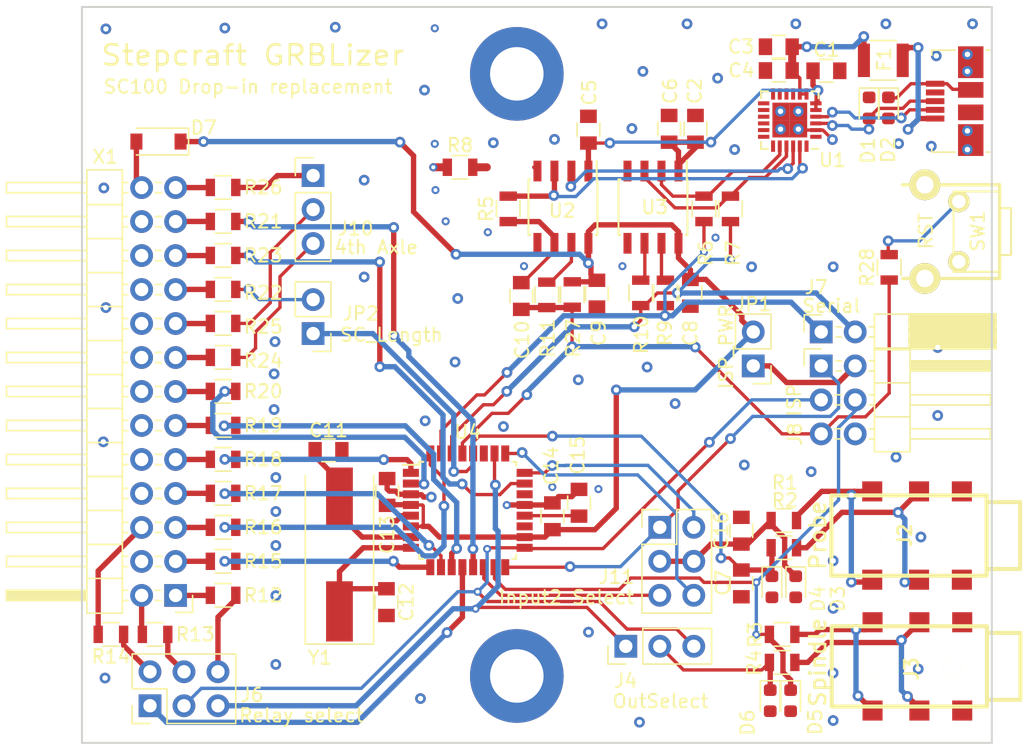
<source format=kicad_pcb>
(kicad_pcb (version 20171130) (host pcbnew "(5.1.12)-1")
  (layers (0 F.Cu signal) (31 B.Cu signal) (34 B.Paste user) (35 F.Paste user) (36 B.SilkS user) (37 F.SilkS user) (38 B.Mask user) (39 F.Mask user) (44 Edge.Cuts user))
  (net 0 "")
  (net 1 "Net-(J1-Pad4)")
  (net 2 /SC_STEP_Z)
  (net 3 /SC_STEP_Y)
  (net 4 /SC_STEP_X)
  (net 5 /SC_DIR_X)
  (net 6 /SC_RELAY1)
  (net 7 "Net-(J3-Pad2)")
  (net 8 "Net-(F1-Pad2)")
  (net 9 GND)
  (net 10 /SC_VCC_5V)
  (net 11 /SC_REF_4)
  (net 12 /SC_REF_XYZ)
  (net 13 /SC_STOP)
  (net 14 /SC_LENGTH)
  (net 15 /SC_STEP_4)
  (net 16 /SC_DIR_4)
  (net 17 /SC_DIR_Z)
  (net 18 /SC_DIR_Y)
  (net 19 /SC_RELAY3)
  (net 20 /SC_RELAY2)
  (net 21 +5V)
  (net 22 /AVR_TX)
  (net 23 /AVR_RX)
  (net 24 "Net-(R6-Pad2)")
  (net 25 /AVR_RST)
  (net 26 "Net-(C3-Pad1)")
  (net 27 /AVR_XTAL2)
  (net 28 /AVR_XTAL1)
  (net 29 GNDD)
  (net 30 "Net-(R7-Pad2)")
  (net 31 "Net-(D2-Pad2)")
  (net 32 "Net-(R10-Pad2)")
  (net 33 /SpinDir/Cool)
  (net 34 /A5)
  (net 35 "Net-(J8-Pad2)")
  (net 36 /D3)
  (net 37 /D6)
  (net 38 /D5)
  (net 39 /D2)
  (net 40 /D7)
  (net 41 /D4)
  (net 42 /A1)
  (net 43 /A2)
  (net 44 /A3)
  (net 45 /D11_MOSI)
  (net 46 /D13_SCK)
  (net 47 /D12_MISO)
  (net 48 /D8)
  (net 49 /A4)
  (net 50 /A0)
  (net 51 /D10)
  (net 52 /D9)
  (net 53 "Net-(D1-Pad2)")
  (net 54 "Net-(R28-Pad2)")
  (net 55 "Net-(J9-Pad17)")
  (net 56 "Net-(J9-Pad15)")
  (net 57 "Net-(R5-Pad2)")
  (net 58 "Net-(C10-Pad2)")
  (net 59 "Net-(J6-Pad6)")
  (net 60 "Net-(J6-Pad2)")
  (net 61 "Net-(J6-Pad4)")
  (net 62 "Net-(R9-Pad2)")
  (net 63 "Net-(R11-Pad1)")
  (net 64 "Net-(U4-Pad22)")
  (net 65 "Net-(C15-Pad1)")
  (net 66 "Net-(U4-Pad19)")
  (net 67 "Net-(U1-Pad24)")
  (net 68 "Net-(U1-Pad22)")
  (net 69 "Net-(U1-Pad19)")
  (net 70 "Net-(U1-Pad18)")
  (net 71 "Net-(U1-Pad17)")
  (net 72 "Net-(U1-Pad16)")
  (net 73 "Net-(U1-Pad15)")
  (net 74 "Net-(U1-Pad14)")
  (net 75 "Net-(U1-Pad13)")
  (net 76 "Net-(U1-Pad12)")
  (net 77 "Net-(U1-Pad11)")
  (net 78 "Net-(U1-Pad10)")
  (net 79 "Net-(U1-Pad9)")
  (net 80 "Net-(U1-Pad1)")
  (net 81 /Input2)
  (net 82 "Net-(J10-Pad1)")
  (net 83 "Net-(J10-Pad2)")
  (net 84 "Net-(JP2-Pad2)")
  (net 85 "Net-(J10-Pad3)")
  (net 86 "Net-(J2-Pad1)")
  (net 87 "Net-(J2-Pad2)")
  (net 88 "Net-(J3-Pad1)")
  (net 89 +5VP)
  (module iotta_footprints:USB_Micro-B_2_Holes (layer F.Cu) (at 205.225 92.0585 90)
    (fp_text reference J1 hide)
    (fp_text value USB)
    (pad 1 smd rect (at -1.3 -1.46 90) (size 0.45 1.38) (layers F.Cu F.Paste F.Mask) (net 8 "Net-(F1-Pad2)"))
    (pad 2 smd rect (at -0.65 -1.46 90) (size 0.45 1.38) (layers F.Cu F.Paste F.Mask) (net 31 "Net-(D2-Pad2)"))
    (pad 3 smd rect (at 0 -1.46 90) (size 0.45 1.38) (layers F.Cu F.Paste F.Mask) (net 53 "Net-(D1-Pad2)"))
    (pad 4 smd rect (at 0.65 -1.46 90) (size 0.45 1.38) (layers F.Cu F.Paste F.Mask) (net 1 "Net-(J1-Pad4)"))
    (pad 5 smd rect (at 1.3 -1.46 90) (size 0.45 1.38) (layers F.Cu F.Paste F.Mask) (net 9 GND))
    (pad 6 smd rect (at -2.91 1.2 90) (size 2.375 1.9) (layers F.Cu F.Paste F.Mask) (net 9 GND))
    (pad 6 smd rect (at 2.91 1.2 90) (size 2.375 1.9) (layers F.Cu F.Paste F.Mask) (net 9 GND))
    (pad 6 smd rect (at -0.84 1.2 90) (size 1.175 1.9) (layers F.Cu F.Paste F.Mask) (net 9 GND))
    (pad 6 smd rect (at 0.84 1.2 90) (size 1.175 1.9) (layers F.Cu F.Paste F.Mask) (net 9 GND))
    (pad "" np_thru_hole circle (at -2 -0.95 90) (size 0.55 0.55) (drill 0.55) (layers *.Cu *.Mask))
    (pad "" np_thru_hole circle (at 2 -0.95 90) (size 0.55 0.55) (drill 0.55) (layers *.Cu *.Mask))
  )
  (module w_conn_av:jack_3.5_pj313d-smt (layer F.Cu) (at 201.837 134.3035 90)
    (fp_text reference J3 (at -0.1965 0.163 90) (layer F.SilkS) (effects (font (size 0.99822 0.99822) (thickness 0.19812))))
    (fp_text value Spindle (at 0.3035 -6.837 90) (layer F.SilkS) (effects (font (size 1.2 1.2) (thickness 0.19812))))
    (pad "" np_thru_hole circle (at 0 3.25 90) (size 1.5 1.5) (drill 1.5) (layers *.Cu *.Mask F.SilkS))
    (pad "" np_thru_hole circle (at 0 -2.75 90) (size 1.5 1.5) (drill 1.5) (layers *.Cu *.Mask F.SilkS))
    (pad 3 smd rect (at -3.3 3.95 90) (size 1.5 1.5) (layers F.Cu F.Paste F.Mask) (net 29 GNDD))
    (pad 2 smd rect (at -3.3 -2.75 90) (size 1.5 1.5) (layers F.Cu F.Paste F.Mask) (net 7 "Net-(J3-Pad2)"))
    (pad 1 smd rect (at -3.3 0.75 90) (size 1.5 1.5) (layers F.Cu F.Paste F.Mask) (net 88 "Net-(J3-Pad1)"))
    (pad 3 smd rect (at 3.3 3.95 90) (size 1.5 1.5) (layers F.Cu F.Paste F.Mask) (net 29 GNDD))
    (pad 1 smd rect (at 3.3 0.75 90) (size 1.5 1.5) (layers F.Cu F.Paste F.Mask) (net 88 "Net-(J3-Pad1)"))
    (pad 2 smd rect (at 3.3 -2.75 90) (size 1.5 1.5) (layers F.Cu F.Paste F.Mask) (net 7 "Net-(J3-Pad2)"))
  )
  (module w_conn_av:jack_3.5_pj313d-smt (layer F.Cu) (at 201.812 124.5245 90)
    (fp_text reference J2 (at 0.0245 -0.312 90) (layer F.SilkS) (effects (font (size 0.99822 0.99822) (thickness 0.19812))))
    (fp_text value Probe (at 0.0245 -6.812 90) (layer F.SilkS) (effects (font (size 1.2 1.2) (thickness 0.19812))))
    (pad 2 smd rect (at 3.3 -2.75 90) (size 1.5 1.5) (layers F.Cu F.Paste F.Mask) (net 87 "Net-(J2-Pad2)"))
    (pad 1 smd rect (at 3.3 0.75 90) (size 1.5 1.5) (layers F.Cu F.Paste F.Mask) (net 86 "Net-(J2-Pad1)"))
    (pad 3 smd rect (at 3.3 3.95 90) (size 1.5 1.5) (layers F.Cu F.Paste F.Mask) (net 29 GNDD))
    (pad 1 smd rect (at -3.3 0.75 90) (size 1.5 1.5) (layers F.Cu F.Paste F.Mask) (net 86 "Net-(J2-Pad1)"))
    (pad 2 smd rect (at -3.3 -2.75 90) (size 1.5 1.5) (layers F.Cu F.Paste F.Mask) (net 87 "Net-(J2-Pad2)"))
    (pad 3 smd rect (at -3.3 3.95 90) (size 1.5 1.5) (layers F.Cu F.Paste F.Mask) (net 29 GNDD))
    (pad "" np_thru_hole circle (at 0 -2.75 90) (size 1.5 1.5) (drill 1.5) (layers *.Cu *.Mask F.SilkS))
    (pad "" np_thru_hole circle (at 0 3.25 90) (size 1.5 1.5) (drill 1.5) (layers *.Cu *.Mask F.SilkS))
  )
  (module Diode_SMD:D_0603_1608Metric (layer F.Cu) (at 191.44 136.864 270)
    (fp_text reference D6 (at 1.636 1.69 90) (layer F.SilkS))
    (fp_text value "TVS Diode")
    (pad 2 smd roundrect (at 0.7875 0 270) (size 0.875 0.95) (layers F.Cu F.Paste F.Mask) (net 29 GNDD))
    (pad 1 smd roundrect (at -0.7875 0 270) (size 0.875 0.95) (layers F.Cu F.Paste F.Mask) (net 33 /SpinDir/Cool))
  )
  (module Diode_SMD:D_0603_1608Metric (layer F.Cu) (at 192.964 136.864 270)
    (fp_text reference D5 (at 1.586 -1.836 90) (layer F.SilkS))
    (fp_text value "TVS Diode")
    (pad 2 smd roundrect (at 0.7875 0 270) (size 0.875 0.95) (layers F.Cu F.Paste F.Mask) (net 29 GNDD))
    (pad 1 smd roundrect (at -0.7875 0 270) (size 0.875 0.95) (layers F.Cu F.Paste F.Mask) (net 45 /D11_MOSI))
  )
  (module Diode_SMD:D_0603_1608Metric (layer F.Cu) (at 191.567 128.355 270)
    (fp_text reference D4 (at 0.895 -3.433 90) (layer F.SilkS))
    (fp_text value "TVS Diode")
    (pad 2 smd roundrect (at 0.7875 0 270) (size 0.875 0.95) (layers F.Cu F.Paste F.Mask) (net 29 GNDD))
    (pad 1 smd roundrect (at -0.7875 0 270) (size 0.875 0.95) (layers F.Cu F.Paste F.Mask) (net 34 /A5))
  )
  (module Diode_SMD:D_0603_1608Metric (layer F.Cu) (at 193.345 128.355 270)
    (fp_text reference D3 (at 0.895 -3.155 90) (layer F.SilkS))
    (fp_text value "TVS Diode")
    (pad 2 smd roundrect (at 0.7875 0 270) (size 0.875 0.95) (layers F.Cu F.Paste F.Mask) (net 29 GNDD))
    (pad 1 smd roundrect (at -0.7875 0 270) (size 0.875 0.95) (layers F.Cu F.Paste F.Mask) (net 81 /Input2))
  )
  (module Diode_SMD:D_0603_1608Metric (layer F.Cu) (at 200.27194 92.56538 270)
    (fp_text reference D2 (at 3.14182 0.01834 90) (layer F.SilkS))
    (fp_text value "TVS Diode")
    (pad 1 smd roundrect (at -0.7875 0 270) (size 0.875 0.95) (layers F.Cu F.Paste F.Mask) (net 9 GND))
    (pad 2 smd roundrect (at 0.7875 0 270) (size 0.875 0.95) (layers F.Cu F.Paste F.Mask) (net 31 "Net-(D2-Pad2)"))
  )
  (module Diode_SMD:D_0603_1608Metric (layer F.Cu) (at 198.8314 92.56538 270)
    (fp_text reference D1 (at 3.19262 0.1018 90) (layer F.SilkS))
    (fp_text value "TVS Diode")
    (pad 1 smd roundrect (at -0.7875 0 270) (size 0.875 0.95) (layers F.Cu F.Paste F.Mask) (net 9 GND))
    (pad 2 smd roundrect (at 0.7875 0 270) (size 0.875 0.95) (layers F.Cu F.Paste F.Mask) (net 53 "Net-(D1-Pad2)"))
  )
  (module Housings_DFN_QFN:QFN-24-1EP_4x4mm_Pitch0.5mm (layer F.Cu) (at 192.9012 93.4728 180)
    (fp_text reference U1 (at -3.1868 -2.9964 180) (layer F.SilkS))
    (fp_text value CP2102N-A01-GQFN24)
    (pad 25 smd rect (at -0.65 -0.65 180) (size 1.3 1.3) (layers F.Cu F.Paste F.Mask) (net 9 GND))
    (pad 25 smd rect (at -0.65 0.65 180) (size 1.3 1.3) (layers F.Cu F.Paste F.Mask) (net 9 GND))
    (pad 25 smd rect (at 0.65 -0.65 180) (size 1.3 1.3) (layers F.Cu F.Paste F.Mask) (net 9 GND))
    (pad 25 smd rect (at 0.65 0.65 180) (size 1.3 1.3) (layers F.Cu F.Paste F.Mask) (net 9 GND))
    (pad 24 smd rect (at -1.25 -1.95 270) (size 0.85 0.3) (layers F.Cu F.Paste F.Mask) (net 67 "Net-(U1-Pad24)"))
    (pad 23 smd rect (at -0.75 -1.95 270) (size 0.85 0.3) (layers F.Cu F.Paste F.Mask) (net 57 "Net-(R5-Pad2)"))
    (pad 22 smd rect (at -0.25 -1.95 270) (size 0.85 0.3) (layers F.Cu F.Paste F.Mask) (net 68 "Net-(U1-Pad22)"))
    (pad 21 smd rect (at 0.25 -1.95 270) (size 0.85 0.3) (layers F.Cu F.Paste F.Mask) (net 30 "Net-(R7-Pad2)"))
    (pad 20 smd rect (at 0.75 -1.95 270) (size 0.85 0.3) (layers F.Cu F.Paste F.Mask) (net 24 "Net-(R6-Pad2)"))
    (pad 19 smd rect (at 1.25 -1.95 270) (size 0.85 0.3) (layers F.Cu F.Paste F.Mask) (net 69 "Net-(U1-Pad19)"))
    (pad 18 smd rect (at 1.95 -1.25 180) (size 0.85 0.3) (layers F.Cu F.Paste F.Mask) (net 70 "Net-(U1-Pad18)"))
    (pad 17 smd rect (at 1.95 -0.75 180) (size 0.85 0.3) (layers F.Cu F.Paste F.Mask) (net 71 "Net-(U1-Pad17)"))
    (pad 16 smd rect (at 1.95 -0.25 180) (size 0.85 0.3) (layers F.Cu F.Paste F.Mask) (net 72 "Net-(U1-Pad16)"))
    (pad 15 smd rect (at 1.95 0.25 180) (size 0.85 0.3) (layers F.Cu F.Paste F.Mask) (net 73 "Net-(U1-Pad15)"))
    (pad 14 smd rect (at 1.95 0.75 180) (size 0.85 0.3) (layers F.Cu F.Paste F.Mask) (net 74 "Net-(U1-Pad14)"))
    (pad 13 smd rect (at 1.95 1.25 180) (size 0.85 0.3) (layers F.Cu F.Paste F.Mask) (net 75 "Net-(U1-Pad13)"))
    (pad 12 smd rect (at 1.25 1.95 270) (size 0.85 0.3) (layers F.Cu F.Paste F.Mask) (net 76 "Net-(U1-Pad12)"))
    (pad 11 smd rect (at 0.75 1.95 270) (size 0.85 0.3) (layers F.Cu F.Paste F.Mask) (net 77 "Net-(U1-Pad11)"))
    (pad 10 smd rect (at 0.25 1.95 270) (size 0.85 0.3) (layers F.Cu F.Paste F.Mask) (net 78 "Net-(U1-Pad10)"))
    (pad 9 smd rect (at -0.25 1.95 270) (size 0.85 0.3) (layers F.Cu F.Paste F.Mask) (net 79 "Net-(U1-Pad9)"))
    (pad 8 smd rect (at -0.75 1.95 270) (size 0.85 0.3) (layers F.Cu F.Paste F.Mask) (net 26 "Net-(C3-Pad1)"))
    (pad 7 smd rect (at -1.25 1.95 270) (size 0.85 0.3) (layers F.Cu F.Paste F.Mask) (net 26 "Net-(C3-Pad1)"))
    (pad 6 smd rect (at -1.95 1.25 180) (size 0.85 0.3) (layers F.Cu F.Paste F.Mask) (net 89 +5VP))
    (pad 5 smd rect (at -1.95 0.75 180) (size 0.85 0.3) (layers F.Cu F.Paste F.Mask) (net 89 +5VP))
    (pad 4 smd rect (at -1.95 0.25 180) (size 0.85 0.3) (layers F.Cu F.Paste F.Mask) (net 31 "Net-(D2-Pad2)"))
    (pad 3 smd rect (at -1.95 -0.25 180) (size 0.85 0.3) (layers F.Cu F.Paste F.Mask) (net 53 "Net-(D1-Pad2)"))
    (pad 2 smd rect (at -1.95 -0.75 180) (size 0.85 0.3) (layers F.Cu F.Paste F.Mask) (net 9 GND))
    (pad 1 smd rect (at -1.95 -1.25 180) (size 0.85 0.3) (layers F.Cu F.Paste F.Mask) (net 80 "Net-(U1-Pad1)"))
  )
  (module iotta_footprints:Stepcraft_SC100_Controller_Board (layer F.Cu) (at 208 85.02 180)
    (fp_text reference J9 hide)
    (fp_text value X1 (at 66.26236 -11.19028 180) (layer F.SilkS))
    (fp_line (start 0 0) (end 0 -55) (layer Edge.Cuts) (width 0.15))
    (fp_line (start 0 -55) (end 68 -55) (layer Edge.Cuts) (width 0.15))
    (fp_line (start 68 -55) (end 68 0) (layer Edge.Cuts) (width 0.15))
    (fp_line (start 68 0) (end 0 0) (layer Edge.Cuts) (width 0.15))
    (pad 26 thru_hole oval (at 63.54 -13.5 180) (size 1.7 1.7) (drill 1) (layers *.Cu *.Mask) (net 10 /SC_VCC_5V))
    (pad 13 thru_hole oval (at 61 -13.5 180) (size 1.7 1.7) (drill 1) (layers *.Cu *.Mask) (net 11 /SC_REF_4))
    (pad 25 thru_hole oval (at 63.54 -16.04 180) (size 1.7 1.7) (drill 1) (layers *.Cu *.Mask) (net 29 GNDD))
    (pad 12 thru_hole oval (at 61 -16.04 180) (size 1.7 1.7) (drill 1) (layers *.Cu *.Mask) (net 12 /SC_REF_XYZ))
    (pad 24 thru_hole oval (at 63.54 -18.58 180) (size 1.7 1.7) (drill 1) (layers *.Cu *.Mask) (net 29 GNDD))
    (pad 11 thru_hole oval (at 61 -18.58 180) (size 1.7 1.7) (drill 1) (layers *.Cu *.Mask) (net 13 /SC_STOP))
    (pad 23 thru_hole oval (at 63.54 -21.12 180) (size 1.7 1.7) (drill 1) (layers *.Cu *.Mask) (net 29 GNDD))
    (pad 10 thru_hole oval (at 61 -21.12 180) (size 1.7 1.7) (drill 1) (layers *.Cu *.Mask) (net 14 /SC_LENGTH))
    (pad 22 thru_hole oval (at 63.54 -23.66 180) (size 1.7 1.7) (drill 1) (layers *.Cu *.Mask) (net 29 GNDD))
    (pad 9 thru_hole oval (at 61 -23.66 180) (size 1.7 1.7) (drill 1) (layers *.Cu *.Mask) (net 15 /SC_STEP_4))
    (pad 21 thru_hole oval (at 63.54 -26.2 180) (size 1.7 1.7) (drill 1) (layers *.Cu *.Mask) (net 29 GNDD))
    (pad 8 thru_hole oval (at 61 -26.2 180) (size 1.7 1.7) (drill 1) (layers *.Cu *.Mask) (net 16 /SC_DIR_4))
    (pad 20 thru_hole oval (at 63.54 -28.74 180) (size 1.7 1.7) (drill 1) (layers *.Cu *.Mask) (net 29 GNDD))
    (pad 7 thru_hole oval (at 61 -28.74 180) (size 1.7 1.7) (drill 1) (layers *.Cu *.Mask) (net 2 /SC_STEP_Z))
    (pad 19 thru_hole oval (at 63.54 -31.28 180) (size 1.7 1.7) (drill 1) (layers *.Cu *.Mask) (net 29 GNDD))
    (pad 6 thru_hole oval (at 61 -31.28 180) (size 1.7 1.7) (drill 1) (layers *.Cu *.Mask) (net 17 /SC_DIR_Z))
    (pad 18 thru_hole oval (at 63.54 -33.82 180) (size 1.7 1.7) (drill 1) (layers *.Cu *.Mask) (net 29 GNDD))
    (pad 5 thru_hole oval (at 61 -33.82 180) (size 1.7 1.7) (drill 1) (layers *.Cu *.Mask) (net 3 /SC_STEP_Y))
    (pad 17 thru_hole oval (at 63.54 -36.36 180) (size 1.7 1.7) (drill 1) (layers *.Cu *.Mask) (net 55 "Net-(J9-Pad17)"))
    (pad 4 thru_hole oval (at 61 -36.36 180) (size 1.7 1.7) (drill 1) (layers *.Cu *.Mask) (net 18 /SC_DIR_Y))
    (pad 16 thru_hole oval (at 63.54 -38.9 180) (size 1.7 1.7) (drill 1) (layers *.Cu *.Mask) (net 19 /SC_RELAY3))
    (pad 3 thru_hole oval (at 61 -38.9 180) (size 1.7 1.7) (drill 1) (layers *.Cu *.Mask) (net 4 /SC_STEP_X))
    (pad 15 thru_hole oval (at 63.54 -41.44 180) (size 1.7 1.7) (drill 1) (layers *.Cu *.Mask) (net 56 "Net-(J9-Pad15)"))
    (pad 2 thru_hole oval (at 61 -41.44 180) (size 1.7 1.7) (drill 1) (layers *.Cu *.Mask) (net 5 /SC_DIR_X))
    (pad 14 thru_hole oval (at 63.54 -43.98 180) (size 1.7 1.7) (drill 1) (layers *.Cu *.Mask) (net 20 /SC_RELAY2))
    (pad 1 thru_hole rect (at 61 -43.98 180) (size 1.7 1.7) (drill 1) (layers *.Cu *.Mask) (net 6 /SC_RELAY1))
    (pad "" np_thru_hole circle (at 35.5 -50 180) (size 7 7) (drill 4) (layers *.Cu *.Mask) (clearance 1))
    (pad "" np_thru_hole circle (at 35.5 -5 180) (size 7 7) (drill 4) (layers *.Cu *.Mask) (clearance 1))
  )
  (module Capacitors_SMD:C_0805 (layer F.Cu) (at 189.281 124.164 90)
    (fp_text reference C16 (at 0 -1.5 90) (layer F.SilkS))
    (fp_text value 10n)
    (pad 2 smd rect (at 1 0 90) (size 1 1.25) (layers F.Cu F.Paste F.Mask) (net 29 GNDD))
    (pad 1 smd rect (at -1 0 90) (size 1 1.25) (layers F.Cu F.Paste F.Mask) (net 81 /Input2))
  )
  (module Pin_Headers:Pin_Header_Straight_1x02_Pitch2.54mm (layer F.Cu) (at 157.277 109.432 180)
    (fp_text reference JP2 (at -3.56144 1.49962 180) (layer F.SilkS))
    (fp_text value SC_Length (at -5.84744 -0.08788 180) (layer F.SilkS))
    (pad 2 thru_hole oval (at 0 2.54 180) (size 1.7 1.7) (drill 1) (layers *.Cu *.Mask) (net 84 "Net-(JP2-Pad2)"))
    (pad 1 thru_hole rect (at 0 0 180) (size 1.7 1.7) (drill 1) (layers *.Cu *.Mask) (net 34 /A5))
  )
  (module Pin_Headers:Pin_Header_Straight_1x03_Pitch2.54mm (layer F.Cu) (at 157.277 97.621)
    (fp_text reference J10 (at 3.18044 3.96138) (layer F.SilkS))
    (fp_text value "4th Axle" (at 4.70444 5.35838) (layer F.SilkS))
    (pad 3 thru_hole oval (at 0 5.08) (size 1.7 1.7) (drill 1) (layers *.Cu *.Mask) (net 85 "Net-(J10-Pad3)"))
    (pad 2 thru_hole oval (at 0 2.54) (size 1.7 1.7) (drill 1) (layers *.Cu *.Mask) (net 83 "Net-(J10-Pad2)"))
    (pad 1 thru_hole rect (at 0 0) (size 1.7 1.7) (drill 1) (layers *.Cu *.Mask) (net 82 "Net-(J10-Pad1)"))
  )
  (module Pin_Headers:Pin_Header_Straight_2x03_Pitch2.54mm (layer F.Cu) (at 183.185 123.91)
    (fp_text reference J11 (at -3.23306 3.70738) (layer F.SilkS))
    (fp_text value "Input2 Select" (at -6.97956 5.23138) (layer F.SilkS))
    (pad 6 thru_hole oval (at 2.54 5.08) (size 1.7 1.7) (drill 1) (layers *.Cu *.Mask) (net 43 /A2))
    (pad 5 thru_hole oval (at 0 5.08) (size 1.7 1.7) (drill 1) (layers *.Cu *.Mask) (net 51 /D10))
    (pad 4 thru_hole oval (at 2.54 2.54) (size 1.7 1.7) (drill 1) (layers *.Cu *.Mask) (net 81 /Input2))
    (pad 3 thru_hole oval (at 0 2.54) (size 1.7 1.7) (drill 1) (layers *.Cu *.Mask) (net 81 /Input2))
    (pad 2 thru_hole oval (at 2.54 0) (size 1.7 1.7) (drill 1) (layers *.Cu *.Mask) (net 42 /A1))
    (pad 1 thru_hole rect (at 0 0) (size 1.7 1.7) (drill 1) (layers *.Cu *.Mask) (net 47 /D12_MISO))
  )
  (module Pin_Headers:Pin_Header_Straight_2x03_Pitch2.54mm (layer F.Cu) (at 145.085 137.245 90)
    (fp_text reference J6 (at 0.80112 7.62544 180) (layer F.SilkS))
    (fp_text value "Relay select" (at -0.72288 11.30844 180) (layer F.SilkS))
    (pad 6 thru_hole oval (at 2.54 5.08 90) (size 1.7 1.7) (drill 1) (layers *.Cu *.Mask) (net 59 "Net-(J6-Pad6)"))
    (pad 5 thru_hole oval (at 0 5.08 90) (size 1.7 1.7) (drill 1) (layers *.Cu *.Mask) (net 44 /A3))
    (pad 4 thru_hole oval (at 2.54 2.54 90) (size 1.7 1.7) (drill 1) (layers *.Cu *.Mask) (net 61 "Net-(J6-Pad4)"))
    (pad 3 thru_hole oval (at 0 2.54 90) (size 1.7 1.7) (drill 1) (layers *.Cu *.Mask) (net 46 /D13_SCK))
    (pad 2 thru_hole oval (at 2.54 0 90) (size 1.7 1.7) (drill 1) (layers *.Cu *.Mask) (net 60 "Net-(J6-Pad2)"))
    (pad 1 thru_hole rect (at 0 0 90) (size 1.7 1.7) (drill 1) (layers *.Cu *.Mask) (net 48 /D8))
  )
  (module Capacitors_SMD:C_0805 (layer F.Cu) (at 189.281 128.101 270)
    (fp_text reference C7 (at -0.03912 1.39156 270) (layer F.SilkS))
    (fp_text value 10n)
    (pad 1 smd rect (at -1 0 270) (size 1 1.25) (layers F.Cu F.Paste F.Mask) (net 34 /A5))
    (pad 2 smd rect (at 1 0 270) (size 1 1.25) (layers F.Cu F.Paste F.Mask) (net 29 GNDD))
  )
  (module Capacitors_SMD:C_0805 (layer F.Cu) (at 177.15 122.075 90)
    (fp_text reference C15 (at 3.55 -0.1 90) (layer F.SilkS))
    (fp_text value 100n)
    (pad 2 smd rect (at 1 0 90) (size 1 1.25) (layers F.Cu F.Paste F.Mask) (net 29 GNDD))
    (pad 1 smd rect (at -1 0 90) (size 1 1.25) (layers F.Cu F.Paste F.Mask) (net 65 "Net-(C15-Pad1)"))
  )
  (module Pin_Headers:Pin_Header_Straight_1x03_Pitch2.54mm (layer F.Cu) (at 180.645001 132.8 90)
    (fp_text reference J4 (at -2.582 -0.000201 180) (layer F.SilkS))
    (fp_text value OutSelect (at -4.106 2.590599 180) (layer F.SilkS))
    (pad 1 thru_hole rect (at 0 0 90) (size 1.7 1.7) (drill 1) (layers *.Cu *.Mask) (net 44 /A3))
    (pad 2 thru_hole oval (at 0 2.54 90) (size 1.7 1.7) (drill 1) (layers *.Cu *.Mask) (net 33 /SpinDir/Cool))
    (pad 3 thru_hole oval (at 0 5.08 90) (size 1.7 1.7) (drill 1) (layers *.Cu *.Mask) (net 46 /D13_SCK))
  )
  (module Resistors_SMD:R_0805 (layer F.Cu) (at 150.546 106.13 180)
    (fp_text reference R22 (at -3 -0.25 180) (layer F.SilkS))
    (fp_text value 100)
    (pad 1 smd rect (at -0.95 0 180) (size 0.7 1.3) (layers F.Cu F.Paste F.Mask) (net 84 "Net-(JP2-Pad2)"))
    (pad 2 smd rect (at 0.95 0 180) (size 0.7 1.3) (layers F.Cu F.Paste F.Mask) (net 14 /SC_LENGTH))
  )
  (module Resistors_SMD:R_0805 (layer F.Cu) (at 150.546 113.75 180)
    (fp_text reference R20 (at -3 0 180) (layer F.SilkS))
    (fp_text value 100)
    (pad 2 smd rect (at 0.95 0 180) (size 0.7 1.3) (layers F.Cu F.Paste F.Mask) (net 2 /SC_STEP_Z))
    (pad 1 smd rect (at -0.95 0 180) (size 0.7 1.3) (layers F.Cu F.Paste F.Mask) (net 41 /D4))
  )
  (module Resistors_SMD:R_0805 (layer F.Cu) (at 150.546 116.29 180)
    (fp_text reference R19 (at -3 0 180) (layer F.SilkS))
    (fp_text value 100)
    (pad 1 smd rect (at -0.95 0 180) (size 0.7 1.3) (layers F.Cu F.Paste F.Mask) (net 40 /D7))
    (pad 2 smd rect (at 0.95 0 180) (size 0.7 1.3) (layers F.Cu F.Paste F.Mask) (net 17 /SC_DIR_Z))
  )
  (module Resistors_SMD:R_0805 (layer F.Cu) (at 145.466 131.911 180)
    (fp_text reference R13 (at -3 0 180) (layer F.SilkS))
    (fp_text value 100)
    (pad 2 smd rect (at 0.95 0 180) (size 0.7 1.3) (layers F.Cu F.Paste F.Mask) (net 20 /SC_RELAY2))
    (pad 1 smd rect (at -0.95 0 180) (size 0.7 1.3) (layers F.Cu F.Paste F.Mask) (net 61 "Net-(J6-Pad4)"))
  )
  (module Resistors_SMD:R_0805 (layer F.Cu) (at 150.546 126.45 180)
    (fp_text reference R15 (at -3 0 180) (layer F.SilkS))
    (fp_text value 100)
    (pad 2 smd rect (at 0.95 0 180) (size 0.7 1.3) (layers F.Cu F.Paste F.Mask) (net 5 /SC_DIR_X))
    (pad 1 smd rect (at -0.95 0 180) (size 0.7 1.3) (layers F.Cu F.Paste F.Mask) (net 38 /D5))
  )
  (module Resistors_SMD:R_0805 (layer F.Cu) (at 150.546 123.91 180)
    (fp_text reference R16 (at -3 0 180) (layer F.SilkS))
    (fp_text value 100)
    (pad 1 smd rect (at -0.95 0 180) (size 0.7 1.3) (layers F.Cu F.Paste F.Mask) (net 39 /D2))
    (pad 2 smd rect (at 0.95 0 180) (size 0.7 1.3) (layers F.Cu F.Paste F.Mask) (net 4 /SC_STEP_X))
  )
  (module Resistors_SMD:R_0805 (layer F.Cu) (at 150.546 101.05 180)
    (fp_text reference R21 (at -3 0 180) (layer F.SilkS))
    (fp_text value 100)
    (pad 1 smd rect (at -0.95 0 180) (size 0.7 1.3) (layers F.Cu F.Paste F.Mask) (net 52 /D9))
    (pad 2 smd rect (at 0.95 0 180) (size 0.7 1.3) (layers F.Cu F.Paste F.Mask) (net 12 /SC_REF_XYZ))
  )
  (module Resistors_SMD:R_0805 (layer F.Cu) (at 150.546 103.59 180)
    (fp_text reference R23 (at -3 0 180) (layer F.SilkS))
    (fp_text value 100)
    (pad 2 smd rect (at 0.95 0 180) (size 0.7 1.3) (layers F.Cu F.Paste F.Mask) (net 13 /SC_STOP))
    (pad 1 smd rect (at -0.95 0 180) (size 0.7 1.3) (layers F.Cu F.Paste F.Mask) (net 50 /A0))
  )
  (module Resistors_SMD:R_0805 (layer F.Cu) (at 150.546 111.21 180)
    (fp_text reference R24 (at -3 -0.25 180) (layer F.SilkS))
    (fp_text value 100)
    (pad 1 smd rect (at -0.95 0 180) (size 0.7 1.3) (layers F.Cu F.Paste F.Mask) (net 85 "Net-(J10-Pad3)"))
    (pad 2 smd rect (at 0.95 0 180) (size 0.7 1.3) (layers F.Cu F.Paste F.Mask) (net 16 /SC_DIR_4))
  )
  (module Resistors_SMD:R_0805 (layer F.Cu) (at 150.546 108.67 180)
    (fp_text reference R25 (at -3 -0.25 180) (layer F.SilkS))
    (fp_text value 100)
    (pad 2 smd rect (at 0.95 0 180) (size 0.7 1.3) (layers F.Cu F.Paste F.Mask) (net 15 /SC_STEP_4))
    (pad 1 smd rect (at -0.95 0 180) (size 0.7 1.3) (layers F.Cu F.Paste F.Mask) (net 83 "Net-(J10-Pad2)"))
  )
  (module Resistors_SMD:R_0805 (layer F.Cu) (at 150.546 98.51 180)
    (fp_text reference R26 (at -3 0 180) (layer F.SilkS))
    (fp_text value 100)
    (pad 1 smd rect (at -0.95 0 180) (size 0.7 1.3) (layers F.Cu F.Paste F.Mask) (net 82 "Net-(J10-Pad1)"))
    (pad 2 smd rect (at 0.95 0 180) (size 0.7 1.3) (layers F.Cu F.Paste F.Mask) (net 11 /SC_REF_4))
  )
  (module Resistors_SMD:R_0805 (layer F.Cu) (at 142.164 131.911 180)
    (fp_text reference R14 (at 0 -1.65 180) (layer F.SilkS))
    (fp_text value 100)
    (pad 1 smd rect (at -0.95 0 180) (size 0.7 1.3) (layers F.Cu F.Paste F.Mask) (net 60 "Net-(J6-Pad2)"))
    (pad 2 smd rect (at 0.95 0 180) (size 0.7 1.3) (layers F.Cu F.Paste F.Mask) (net 19 /SC_RELAY3))
  )
  (module Resistors_SMD:R_0805 (layer F.Cu) (at 150.546 121.37 180)
    (fp_text reference R17 (at -3 0 180) (layer F.SilkS))
    (fp_text value 100)
    (pad 2 smd rect (at 0.95 0 180) (size 0.7 1.3) (layers F.Cu F.Paste F.Mask) (net 18 /SC_DIR_Y))
    (pad 1 smd rect (at -0.95 0 180) (size 0.7 1.3) (layers F.Cu F.Paste F.Mask) (net 37 /D6))
  )
  (module Resistors_SMD:R_0805 (layer F.Cu) (at 150.546 118.83 180)
    (fp_text reference R18 (at -3 0 180) (layer F.SilkS))
    (fp_text value 100)
    (pad 1 smd rect (at -0.95 0 180) (size 0.7 1.3) (layers F.Cu F.Paste F.Mask) (net 36 /D3))
    (pad 2 smd rect (at 0.95 0 180) (size 0.7 1.3) (layers F.Cu F.Paste F.Mask) (net 3 /SC_STEP_Y))
  )
  (module Resistors_SMD:R_0805 (layer F.Cu) (at 150.546 128.99 180)
    (fp_text reference R12 (at -3 0 180) (layer F.SilkS))
    (fp_text value 100)
    (pad 2 smd rect (at 0.95 0 180) (size 0.7 1.3) (layers F.Cu F.Paste F.Mask) (net 6 /SC_RELAY1))
    (pad 1 smd rect (at -0.95 0 180) (size 0.7 1.3) (layers F.Cu F.Paste F.Mask) (net 59 "Net-(J6-Pad6)"))
  )
  (module Pin_Headers:Pin_Header_Angled_2x01_Pitch2.54mm (layer F.Cu) (at 195.25 109.305)
    (fp_text reference J7 (at -0.37556 -3.34112) (layer F.SilkS))
    (fp_text value Serial (at 0.76744 -1.94412) (layer F.SilkS))
    (pad 1 thru_hole rect (at 0 0) (size 1.7 1.7) (drill 1) (layers *.Cu *.Mask) (net 22 /AVR_TX))
    (pad 2 thru_hole oval (at 2.54 0) (size 1.7 1.7) (drill 1) (layers *.Cu *.Mask) (net 23 /AVR_RX))
  )
  (module Resistors_SMD:R_0805 (layer F.Cu) (at 192.329 134.0065 180)
    (fp_text reference R4 (at 2.09006 -0.02438 270) (layer F.SilkS))
    (fp_text value 100)
    (pad 2 smd rect (at 0.95 0 180) (size 0.7 1.3) (layers F.Cu F.Paste F.Mask) (net 33 /SpinDir/Cool))
    (pad 1 smd rect (at -0.95 0 180) (size 0.7 1.3) (layers F.Cu F.Paste F.Mask) (net 88 "Net-(J3-Pad1)"))
  )
  (module Resistors_SMD:R_0805 (layer F.Cu) (at 192.329 131.911 180)
    (fp_text reference R3 (at 2.02656 -0.02438 90) (layer F.SilkS))
    (fp_text value 100)
    (pad 1 smd rect (at -0.95 0 180) (size 0.7 1.3) (layers F.Cu F.Paste F.Mask) (net 7 "Net-(J3-Pad2)"))
    (pad 2 smd rect (at 0.95 0 180) (size 0.7 1.3) (layers F.Cu F.Paste F.Mask) (net 45 /D11_MOSI))
  )
  (module Resistors_SMD:R_0805 (layer F.Cu) (at 192.456 125.434 180)
    (fp_text reference R2 (at -0.06894 3.53162 180) (layer F.SilkS))
    (fp_text value 100)
    (pad 2 smd rect (at 0.95 0 180) (size 0.7 1.3) (layers F.Cu F.Paste F.Mask) (net 34 /A5))
    (pad 1 smd rect (at -0.95 0 180) (size 0.7 1.3) (layers F.Cu F.Paste F.Mask) (net 86 "Net-(J2-Pad1)"))
  )
  (module Resistors_SMD:R_0805 (layer F.Cu) (at 192.456 123.402 180)
    (fp_text reference R1 (at -0.06894 2.83312 180) (layer F.SilkS))
    (fp_text value 100)
    (pad 1 smd rect (at -0.95 0 180) (size 0.7 1.3) (layers F.Cu F.Paste F.Mask) (net 87 "Net-(J2-Pad2)"))
    (pad 2 smd rect (at 0.95 0 180) (size 0.7 1.3) (layers F.Cu F.Paste F.Mask) (net 81 /Input2))
  )
  (module Resistors_SMD:R_0805 (layer F.Cu) (at 174.7395 106.5364 270)
    (fp_text reference R11 (at 3.23748 -0.06894 270) (layer F.SilkS))
    (fp_text value 100)
    (pad 2 smd rect (at 0.95 0 270) (size 0.7 1.3) (layers F.Cu F.Paste F.Mask) (net 25 /AVR_RST))
    (pad 1 smd rect (at -0.95 0 270) (size 0.7 1.3) (layers F.Cu F.Paste F.Mask) (net 63 "Net-(R11-Pad1)"))
  )
  (module Capacitors_SMD:C_0805 (layer F.Cu) (at 185.471 106.384 270)
    (fp_text reference C8 (at 3.00888 -0.00544 270) (layer F.SilkS))
    (fp_text value 100n)
    (pad 1 smd rect (at -1 0 270) (size 1 1.25) (layers F.Cu F.Paste F.Mask) (net 21 +5V))
    (pad 2 smd rect (at 1 0 270) (size 1 1.25) (layers F.Cu F.Paste F.Mask) (net 29 GNDD))
  )
  (module Capacitors_SMD:C_0805 (layer F.Cu) (at 177.851 94.192 90)
    (fp_text reference C5 (at 2.76962 0.06894 90) (layer F.SilkS))
    (fp_text value 100n)
    (pad 2 smd rect (at 1 0 90) (size 1 1.25) (layers F.Cu F.Paste F.Mask) (net 9 GND))
    (pad 1 smd rect (at -1 0 90) (size 1 1.25) (layers F.Cu F.Paste F.Mask) (net 89 +5VP))
  )
  (module Capacitors_SMD:C_0805 (layer F.Cu) (at 178.486 106.4475 270)
    (fp_text reference C9 (at 2.94538 -0.13244 270) (layer F.SilkS))
    (fp_text value 100n)
    (pad 1 smd rect (at -1 0 270) (size 1 1.25) (layers F.Cu F.Paste F.Mask) (net 21 +5V))
    (pad 2 smd rect (at 1 0 270) (size 1 1.25) (layers F.Cu F.Paste F.Mask) (net 29 GNDD))
  )
  (module Capacitors_SMD:C_0805 (layer F.Cu) (at 183.8835 94.1285 90)
    (fp_text reference C6 (at 2.83312 0.06894 90) (layer F.SilkS))
    (fp_text value 100n)
    (pad 2 smd rect (at 1 0 90) (size 1 1.25) (layers F.Cu F.Paste F.Mask) (net 9 GND))
    (pad 1 smd rect (at -1 0 90) (size 1 1.25) (layers F.Cu F.Paste F.Mask) (net 89 +5VP))
  )
  (module Housings_SOIC:SOIC-8_3.9x4.9mm_Pitch1.27mm (layer F.Cu) (at 175.946 99.9832 270)
    (fp_text reference U2 (at 0.26568 0.05806) (layer F.SilkS))
    (fp_text value ADuM1201BR)
    (pad 8 smd rect (at 2.7 -1.905 270) (size 1.55 0.6) (layers F.Cu F.Paste F.Mask) (net 21 +5V))
    (pad 7 smd rect (at 2.7 -0.635 270) (size 1.55 0.6) (layers F.Cu F.Paste F.Mask) (net 63 "Net-(R11-Pad1)"))
    (pad 6 smd rect (at 2.7 0.635 270) (size 1.55 0.6) (layers F.Cu F.Paste F.Mask) (net 58 "Net-(C10-Pad2)"))
    (pad 5 smd rect (at 2.7 1.905 270) (size 1.55 0.6) (layers F.Cu F.Paste F.Mask) (net 29 GNDD))
    (pad 4 smd rect (at -2.7 1.905 270) (size 1.55 0.6) (layers F.Cu F.Paste F.Mask) (net 9 GND))
    (pad 3 smd rect (at -2.7 0.635 270) (size 1.55 0.6) (layers F.Cu F.Paste F.Mask) (net 57 "Net-(R5-Pad2)"))
    (pad 2 smd rect (at -2.7 -0.635 270) (size 1.55 0.6) (layers F.Cu F.Paste F.Mask) (net 68 "Net-(U1-Pad22)"))
    (pad 1 smd rect (at -2.7 -1.905 270) (size 1.55 0.6) (layers F.Cu F.Paste F.Mask) (net 89 +5VP))
  )
  (module Resistors_SMD:R_0805 (layer F.Cu) (at 168.25644 97.00088)
    (fp_text reference R8 (at 0 -1.65) (layer F.SilkS))
    (fp_text value "0 (DNP)")
    (pad 1 smd rect (at -0.95 0) (size 0.7 1.3) (layers F.Cu F.Paste F.Mask) (net 29 GNDD))
    (pad 2 smd rect (at 0.95 0) (size 0.7 1.3) (layers F.Cu F.Paste F.Mask) (net 9 GND))
  )
  (module Resistors_SMD:R_0805 (layer F.Cu) (at 171.8566 100.1102 90)
    (fp_text reference R5 (at 0 -1.65 90) (layer F.SilkS))
    (fp_text value "0 (DNP)")
    (pad 2 smd rect (at 0.95 0 90) (size 0.7 1.3) (layers F.Cu F.Paste F.Mask) (net 57 "Net-(R5-Pad2)"))
    (pad 1 smd rect (at -0.95 0 90) (size 0.7 1.3) (layers F.Cu F.Paste F.Mask) (net 58 "Net-(C10-Pad2)"))
  )
  (module Capacitors_SMD:C_0805 (layer F.Cu) (at 195.63644 89.789)
    (fp_text reference C1 (at -0.00564 -1.5748) (layer F.SilkS))
    (fp_text value 1u)
    (pad 2 smd rect (at 1 0) (size 1 1.25) (layers F.Cu F.Paste F.Mask) (net 9 GND))
    (pad 1 smd rect (at -1 0) (size 1 1.25) (layers F.Cu F.Paste F.Mask) (net 89 +5VP))
  )
  (module Pin_Headers:Pin_Header_Straight_1x02_Pitch2.54mm (layer F.Cu) (at 190.17 111.845 180)
    (fp_text reference JP1 (at -0.00544 4.61112 180) (layer F.SilkS))
    (fp_text value ISP_PWR (at 2.02656 1.43612 270) (layer F.SilkS))
    (pad 2 thru_hole oval (at 0 2.54 180) (size 1.7 1.7) (drill 1) (layers *.Cu *.Mask) (net 21 +5V))
    (pad 1 thru_hole rect (at 0 0 180) (size 1.7 1.7) (drill 1) (layers *.Cu *.Mask) (net 35 "Net-(J8-Pad2)"))
  )
  (module Capacitors_SMD:C_0805 (layer F.Cu) (at 158.42544 118.15588)
    (fp_text reference C11 (at 0 -1.5) (layer F.SilkS))
    (fp_text value 22p)
    (pad 1 smd rect (at -1 0) (size 1 1.25) (layers F.Cu F.Paste F.Mask) (net 28 /AVR_XTAL1))
    (pad 2 smd rect (at 1 0) (size 1 1.25) (layers F.Cu F.Paste F.Mask) (net 29 GNDD))
  )
  (module Capacitors_SMD:C_0805 (layer F.Cu) (at 162.75644 129.50088 270)
    (fp_text reference C12 (at 0 -1.5 270) (layer F.SilkS))
    (fp_text value 22p)
    (pad 2 smd rect (at 1 0 270) (size 1 1.25) (layers F.Cu F.Paste F.Mask) (net 29 GNDD))
    (pad 1 smd rect (at -1 0 270) (size 1 1.25) (layers F.Cu F.Paste F.Mask) (net 27 /AVR_XTAL2))
  )
  (module Crystals:Crystal_SMD_HC49-SD (layer F.Cu) (at 159.2455 125.942 90)
    (fp_text reference Y1 (at -7.70788 -1.45506 180) (layer F.SilkS))
    (fp_text value Crystal)
    (pad 2 smd rect (at 4.25 0 90) (size 4.5 2) (layers F.Cu F.Paste F.Mask) (net 28 /AVR_XTAL1))
    (pad 1 smd rect (at -4.25 0 90) (size 4.5 2) (layers F.Cu F.Paste F.Mask) (net 27 /AVR_XTAL2))
  )
  (module Capacitors_SMD:C_0805 (layer F.Cu) (at 185.852 94.1285 90)
    (fp_text reference C2 (at 2.83312 -0.05806 90) (layer F.SilkS))
    (fp_text value 100n)
    (pad 2 smd rect (at 1 0 90) (size 1 1.25) (layers F.Cu F.Paste F.Mask) (net 9 GND))
    (pad 1 smd rect (at -1 0 90) (size 1 1.25) (layers F.Cu F.Paste F.Mask) (net 89 +5VP))
  )
  (module Capacitors_SMD:C_0805 (layer F.Cu) (at 192.08044 87.99338 180)
    (fp_text reference C3 (at 2.82504 0.00778 180) (layer F.SilkS))
    (fp_text value 100n)
    (pad 1 smd rect (at -1 0 180) (size 1 1.25) (layers F.Cu F.Paste F.Mask) (net 26 "Net-(C3-Pad1)"))
    (pad 2 smd rect (at 1 0 180) (size 1 1.25) (layers F.Cu F.Paste F.Mask) (net 9 GND))
  )
  (module Capacitors_SMD:C_0805 (layer F.Cu) (at 192.08044 89.77138 180)
    (fp_text reference C4 (at 2.79964 0.00778 180) (layer F.SilkS))
    (fp_text value 1u)
    (pad 2 smd rect (at 1 0 180) (size 1 1.25) (layers F.Cu F.Paste F.Mask) (net 9 GND))
    (pad 1 smd rect (at -1 0 180) (size 1 1.25) (layers F.Cu F.Paste F.Mask) (net 26 "Net-(C3-Pad1)"))
  )
  (module Capacitors_SMD:C_0805 (layer F.Cu) (at 172.8345 106.622 90)
    (fp_text reference C10 (at -3.27888 0.06894 90) (layer F.SilkS))
    (fp_text value 100n)
    (pad 2 smd rect (at 1 0 90) (size 1 1.25) (layers F.Cu F.Paste F.Mask) (net 58 "Net-(C10-Pad2)"))
    (pad 1 smd rect (at -1 0 90) (size 1 1.25) (layers F.Cu F.Paste F.Mask) (net 25 /AVR_RST))
  )
  (module Resistors_SMD:R_0805 (layer F.Cu) (at 176.6445 106.511 90)
    (fp_text reference R27 (at -3.26288 0.06894 90) (layer F.SilkS))
    (fp_text value 10k)
    (pad 1 smd rect (at -0.95 0 90) (size 0.7 1.3) (layers F.Cu F.Paste F.Mask) (net 25 /AVR_RST))
    (pad 2 smd rect (at 0.95 0 90) (size 0.7 1.3) (layers F.Cu F.Paste F.Mask) (net 21 +5V))
  )
  (module Resistors_SMD:R_0805 (layer F.Cu) (at 200.33 104.479 90)
    (fp_text reference R28 (at 0 -1.65 90) (layer F.SilkS))
    (fp_text value 300)
    (pad 2 smd rect (at 0.95 0 90) (size 0.7 1.3) (layers F.Cu F.Paste F.Mask) (net 54 "Net-(R28-Pad2)"))
    (pad 1 smd rect (at -0.95 0 90) (size 0.7 1.3) (layers F.Cu F.Paste F.Mask) (net 25 /AVR_RST))
  )
  (module Resistors_SMD:R_0805 (layer F.Cu) (at 186.487 100.1102 90)
    (fp_text reference R6 (at -3.31368 0.13244 90) (layer F.SilkS))
    (fp_text value "100 (DNP)")
    (pad 1 smd rect (at -0.95 0 90) (size 0.7 1.3) (layers F.Cu F.Paste F.Mask) (net 22 /AVR_TX))
    (pad 2 smd rect (at 0.95 0 90) (size 0.7 1.3) (layers F.Cu F.Paste F.Mask) (net 24 "Net-(R6-Pad2)"))
  )
  (module Resistors_SMD:R_0805 (layer F.Cu) (at 188.4682 100.1102 90)
    (fp_text reference R7 (at -3.31368 0.18324 90) (layer F.SilkS))
    (fp_text value "100 (DNP)")
    (pad 2 smd rect (at 0.95 0 90) (size 0.7 1.3) (layers F.Cu F.Paste F.Mask) (net 30 "Net-(R7-Pad2)"))
    (pad 1 smd rect (at -0.95 0 90) (size 0.7 1.3) (layers F.Cu F.Paste F.Mask) (net 23 /AVR_RX))
  )
  (module Resistors_SMD:R_0805 (layer F.Cu) (at 183.6042 106.3915 90)
    (fp_text reference R9 (at -3.00138 -0.03276 90) (layer F.SilkS))
    (fp_text value 100)
    (pad 1 smd rect (at -0.95 0 90) (size 0.7 1.3) (layers F.Cu F.Paste F.Mask) (net 22 /AVR_TX))
    (pad 2 smd rect (at 0.95 0 90) (size 0.7 1.3) (layers F.Cu F.Paste F.Mask) (net 62 "Net-(R9-Pad2)"))
  )
  (module Resistors_SMD:R_0805 (layer F.Cu) (at 181.7627 106.389 90)
    (fp_text reference R10 (at -3.13088 0.03074 90) (layer F.SilkS))
    (fp_text value 100)
    (pad 2 smd rect (at 0.95 0 90) (size 0.7 1.3) (layers F.Cu F.Paste F.Mask) (net 32 "Net-(R10-Pad2)"))
    (pad 1 smd rect (at -0.95 0 90) (size 0.7 1.3) (layers F.Cu F.Paste F.Mask) (net 23 /AVR_RX))
  )
  (module Resistors_SMD:R_1210 (layer F.Cu) (at 199.89094 89.00938)
    (fp_text reference F1 (at 0.0635 -0.0635 90) (layer F.SilkS))
    (fp_text value Polyfuse_Small)
    (pad 2 smd rect (at 1.45 0) (size 0.9 2.5) (layers F.Cu F.Paste F.Mask) (net 8 "Net-(F1-Pad2)"))
    (pad 1 smd rect (at -1.45 0) (size 0.9 2.5) (layers F.Cu F.Paste F.Mask) (net 26 "Net-(C3-Pad1)"))
  )
  (module Capacitors_SMD:C_0805 (layer F.Cu) (at 162.80694 121.26738 90)
    (fp_text reference C13 (at -3.19938 0.00544 90) (layer F.SilkS))
    (fp_text value 100n)
    (pad 1 smd rect (at -1 0 90) (size 1 1.25) (layers F.Cu F.Paste F.Mask) (net 21 +5V))
    (pad 2 smd rect (at 1 0 90) (size 1 1.25) (layers F.Cu F.Paste F.Mask) (net 29 GNDD))
  )
  (module Capacitors_SMD:C_0805 (layer F.Cu) (at 175.1586 123.0845 90)
    (fp_text reference C14 (at 3.7595 -0.0836 90) (layer F.SilkS))
    (fp_text value 100n)
    (pad 2 smd rect (at 1 0 90) (size 1 1.25) (layers F.Cu F.Paste F.Mask) (net 29 GNDD))
    (pad 1 smd rect (at -1 0 90) (size 1 1.25) (layers F.Cu F.Paste F.Mask) (net 21 +5V))
  )
  (module Diodes_SMD:D_SOD-123 (layer F.Cu) (at 145.72 95.081 180)
    (fp_text reference D7 (at -3.378 1.0375 180) (layer F.SilkS))
    (fp_text value D_Schottky)
    (pad 1 smd rect (at -1.65 0 180) (size 0.9 1.2) (layers F.Cu F.Paste F.Mask) (net 21 +5V))
    (pad 2 smd rect (at 1.65 0 180) (size 0.9 1.2) (layers F.Cu F.Paste F.Mask) (net 10 /SC_VCC_5V))
  )
  (module Housings_QFP:LQFP-32_7x7mm_Pitch0.8mm (layer F.Cu) (at 168.834 122.64)
    (fp_text reference U4 (at 0 -5.85) (layer F.SilkS))
    (fp_text value ATMEGA328P-AU)
    (pad 32 smd rect (at -2.8 -4.25 90) (size 1.2 0.6) (layers F.Cu F.Paste F.Mask) (net 39 /D2))
    (pad 31 smd rect (at -2 -4.25 90) (size 1.2 0.6) (layers F.Cu F.Paste F.Mask) (net 22 /AVR_TX))
    (pad 30 smd rect (at -1.2 -4.25 90) (size 1.2 0.6) (layers F.Cu F.Paste F.Mask) (net 23 /AVR_RX))
    (pad 29 smd rect (at -0.4 -4.25 90) (size 1.2 0.6) (layers F.Cu F.Paste F.Mask) (net 25 /AVR_RST))
    (pad 28 smd rect (at 0.4 -4.25 90) (size 1.2 0.6) (layers F.Cu F.Paste F.Mask) (net 34 /A5))
    (pad 27 smd rect (at 1.2 -4.25 90) (size 1.2 0.6) (layers F.Cu F.Paste F.Mask) (net 49 /A4))
    (pad 26 smd rect (at 2 -4.25 90) (size 1.2 0.6) (layers F.Cu F.Paste F.Mask) (net 44 /A3))
    (pad 25 smd rect (at 2.8 -4.25 90) (size 1.2 0.6) (layers F.Cu F.Paste F.Mask) (net 43 /A2))
    (pad 24 smd rect (at 4.25 -2.8) (size 1.2 0.6) (layers F.Cu F.Paste F.Mask) (net 42 /A1))
    (pad 23 smd rect (at 4.25 -2) (size 1.2 0.6) (layers F.Cu F.Paste F.Mask) (net 50 /A0))
    (pad 22 smd rect (at 4.25 -1.2) (size 1.2 0.6) (layers F.Cu F.Paste F.Mask) (net 64 "Net-(U4-Pad22)"))
    (pad 21 smd rect (at 4.25 -0.4) (size 1.2 0.6) (layers F.Cu F.Paste F.Mask) (net 29 GNDD))
    (pad 20 smd rect (at 4.25 0.4) (size 1.2 0.6) (layers F.Cu F.Paste F.Mask) (net 65 "Net-(C15-Pad1)"))
    (pad 19 smd rect (at 4.25 1.2) (size 1.2 0.6) (layers F.Cu F.Paste F.Mask) (net 66 "Net-(U4-Pad19)"))
    (pad 18 smd rect (at 4.25 2) (size 1.2 0.6) (layers F.Cu F.Paste F.Mask) (net 21 +5V))
    (pad 17 smd rect (at 4.25 2.8) (size 1.2 0.6) (layers F.Cu F.Paste F.Mask) (net 46 /D13_SCK))
    (pad 16 smd rect (at 2.8 4.25 90) (size 1.2 0.6) (layers F.Cu F.Paste F.Mask) (net 47 /D12_MISO))
    (pad 15 smd rect (at 2 4.25 90) (size 1.2 0.6) (layers F.Cu F.Paste F.Mask) (net 45 /D11_MOSI))
    (pad 14 smd rect (at 1.2 4.25 90) (size 1.2 0.6) (layers F.Cu F.Paste F.Mask) (net 51 /D10))
    (pad 13 smd rect (at 0.4 4.25 90) (size 1.2 0.6) (layers F.Cu F.Paste F.Mask) (net 52 /D9))
    (pad 12 smd rect (at -0.4 4.25 90) (size 1.2 0.6) (layers F.Cu F.Paste F.Mask) (net 48 /D8))
    (pad 11 smd rect (at -1.2 4.25 90) (size 1.2 0.6) (layers F.Cu F.Paste F.Mask) (net 40 /D7))
    (pad 10 smd rect (at -2 4.25 90) (size 1.2 0.6) (layers F.Cu F.Paste F.Mask) (net 37 /D6))
    (pad 9 smd rect (at -2.8 4.25 90) (size 1.2 0.6) (layers F.Cu F.Paste F.Mask) (net 38 /D5))
    (pad 8 smd rect (at -4.25 2.8) (size 1.2 0.6) (layers F.Cu F.Paste F.Mask) (net 27 /AVR_XTAL2))
    (pad 7 smd rect (at -4.25 2) (size 1.2 0.6) (layers F.Cu F.Paste F.Mask) (net 28 /AVR_XTAL1))
    (pad 6 smd rect (at -4.25 1.2) (size 1.2 0.6) (layers F.Cu F.Paste F.Mask) (net 21 +5V))
    (pad 5 smd rect (at -4.25 0.4) (size 1.2 0.6) (layers F.Cu F.Paste F.Mask) (net 29 GNDD))
    (pad 4 smd rect (at -4.25 -0.4) (size 1.2 0.6) (layers F.Cu F.Paste F.Mask) (net 21 +5V))
    (pad 3 smd rect (at -4.25 -1.2) (size 1.2 0.6) (layers F.Cu F.Paste F.Mask) (net 29 GNDD))
    (pad 2 smd rect (at -4.25 -2) (size 1.2 0.6) (layers F.Cu F.Paste F.Mask) (net 41 /D4))
    (pad 1 smd rect (at -4.25 -2.8) (size 1.2 0.6) (layers F.Cu F.Paste F.Mask) (net 36 /D3))
  )
  (module Housings_SOIC:SOIC-8_3.9x4.9mm_Pitch1.27mm (layer F.Cu) (at 182.677 99.9832 270)
    (fp_text reference U3 (at 0 -0.13244) (layer F.SilkS))
    (fp_text value ADuM1201BR)
    (pad 8 smd rect (at 2.7 -1.905 270) (size 1.55 0.6) (layers F.Cu F.Paste F.Mask) (net 21 +5V))
    (pad 7 smd rect (at 2.7 -0.635 270) (size 1.55 0.6) (layers F.Cu F.Paste F.Mask) (net 62 "Net-(R9-Pad2)"))
    (pad 6 smd rect (at 2.7 0.635 270) (size 1.55 0.6) (layers F.Cu F.Paste F.Mask) (net 32 "Net-(R10-Pad2)"))
    (pad 5 smd rect (at 2.7 1.905 270) (size 1.55 0.6) (layers F.Cu F.Paste F.Mask) (net 29 GNDD))
    (pad 4 smd rect (at -2.7 1.905 270) (size 1.55 0.6) (layers F.Cu F.Paste F.Mask) (net 9 GND))
    (pad 3 smd rect (at -2.7 0.635 270) (size 1.55 0.6) (layers F.Cu F.Paste F.Mask) (net 30 "Net-(R7-Pad2)"))
    (pad 2 smd rect (at -2.7 -0.635 270) (size 1.55 0.6) (layers F.Cu F.Paste F.Mask) (net 24 "Net-(R6-Pad2)"))
    (pad 1 smd rect (at -2.7 -1.905 270) (size 1.55 0.6) (layers F.Cu F.Paste F.Mask) (net 89 +5VP))
  )
  (module Pin_Headers:Pin_Header_Angled_2x03_Pitch2.54mm (layer F.Cu) (at 195.25 111.845)
    (fp_text reference J8 (at -1.96306 5.10438 90) (layer F.SilkS))
    (fp_text value ISP (at -2.02656 2.56438 90) (layer F.SilkS))
    (pad 6 thru_hole oval (at 2.54 5.08) (size 1.7 1.7) (drill 1) (layers *.Cu *.Mask) (net 29 GNDD))
    (pad 5 thru_hole oval (at 0 5.08) (size 1.7 1.7) (drill 1) (layers *.Cu *.Mask) (net 25 /AVR_RST))
    (pad 4 thru_hole oval (at 2.54 2.54) (size 1.7 1.7) (drill 1) (layers *.Cu *.Mask) (net 45 /D11_MOSI))
    (pad 3 thru_hole oval (at 0 2.54) (size 1.7 1.7) (drill 1) (layers *.Cu *.Mask) (net 46 /D13_SCK))
    (pad 2 thru_hole oval (at 2.54 0) (size 1.7 1.7) (drill 1) (layers *.Cu *.Mask) (net 35 "Net-(J8-Pad2)"))
    (pad 1 thru_hole rect (at 0 0) (size 1.7 1.7) (drill 1) (layers *.Cu *.Mask) (net 47 /D12_MISO))
  )
  (module iotta_footprints:TACTILE_SWITCH_VERTICAL_6MM (layer F.Cu) (at 205.537 101.812 90)
    (fp_text reference SW1 (at 0.03912 1.40244 90) (layer F.SilkS))
    (fp_text value RST (at 0.03912 -2.47106 90) (layer F.SilkS))
    (pad SH thru_hole circle (at -3.5 -2.54 90) (size 2.3 2.3) (drill 1.3) (layers *.Cu *.Mask F.SilkS) (net 29 GNDD))
    (pad SH thru_hole circle (at 3.5 -2.54 90) (size 2.3 2.3) (drill 1.3) (layers *.Cu *.Mask F.SilkS) (net 29 GNDD))
    (pad 1 thru_hole circle (at -2.25 0 90) (size 1.6 1.6) (drill 1) (layers *.Cu *.Mask F.SilkS) (net 29 GNDD))
    (pad 2 thru_hole circle (at 2.25 0 90) (size 1.6 1.6) (drill 1) (layers *.Cu *.Mask F.SilkS) (net 54 "Net-(R28-Pad2)"))
  )
  (gr_text "SC100 Drop-in replacement" (at 141.52174 90.97788) (layer F.SilkS) (effects (font (size 1 1)) (justify left)))
  (gr_text "Stepcraft GRBLizer" (at 141.30584 88.62838) (layer F.SilkS) (effects (font (size 1.5 1.6) (thickness 0.2)) (justify left)))
  (gr_line (start 202.24044 110.02788) (end 207.89194 110.02788) (layer F.SilkS) (width 1))
  (gr_line (start 202.24044 109.90088) (end 207.89194 109.90088) (layer F.SilkS) (width 1))
  (gr_line (start 202.24044 109.13888) (end 207.89194 109.13888) (layer F.SilkS) (width 1))
  (gr_line (start 202.24044 108.44038) (end 207.89194 108.44038) (layer F.SilkS) (width 1))
  (gr_line (start 201.85944 110.53588) (end 201.85944 107.99588) (layer F.SilkS) (width 0.2))
  (gr_line (start 208.27294 110.53588) (end 201.85944 110.53588) (layer F.SilkS) (width 0.2))
  (gr_line (start 208.27294 107.99588) (end 208.27294 110.53588) (layer F.SilkS) (width 0.2))
  (gr_line (start 201.85944 107.99588) (end 208.27294 107.99588) (layer F.SilkS) (width 0.2))
  (segment (start 147 113.76) (end 149.586 113.76) (width 0.4) (layer F.Cu) (net 2))
  (segment (start 149.586 113.76) (end 149.596 113.75) (width 0.4) (layer F.Cu) (net 2))
  (segment (start 147 118.84) (end 149.586 118.84) (width 0.4) (layer F.Cu) (net 3))
  (segment (start 149.586 118.84) (end 149.596 118.83) (width 0.4) (layer F.Cu) (net 3))
  (segment (start 147 123.92) (end 149.586 123.92) (width 0.4) (layer F.Cu) (net 4))
  (segment (start 149.586 123.92) (end 149.596 123.91) (width 0.4) (layer F.Cu) (net 4))
  (segment (start 149.596 126.45) (end 147.01 126.45) (width 0.4) (layer F.Cu) (net 5))
  (segment (start 147.01 126.45) (end 147 126.46) (width 0.4) (layer F.Cu) (net 5))
  (segment (start 147 129) (end 149.586 129) (width 0.4) (layer F.Cu) (net 6))
  (segment (start 149.586 129) (end 149.596 128.99) (width 0.4) (layer F.Cu) (net 6))
  (via (at 198 136.5) (size 0.8) (drill 0.4) (layers F.Cu B.Cu) (net 7))
  (segment (start 199.087 137.587) (end 198 136.5) (width 0.4) (layer F.Cu) (net 7))
  (segment (start 199.087 137.6035) (end 199.087 137.587) (width 0.4) (layer F.Cu) (net 7))
  (via (at 197.85 131.55) (size 0.8) (drill 0.4) (layers F.Cu B.Cu) (net 7))
  (segment (start 197.85 136.35) (end 197.85 131.55) (width 0.4) (layer B.Cu) (net 7))
  (segment (start 198 136.5) (end 197.85 136.35) (width 0.4) (layer B.Cu) (net 7))
  (segment (start 198.5405 131.55) (end 199.087 131.0035) (width 0.4) (layer F.Cu) (net 7))
  (segment (start 197.85 131.55) (end 198.5405 131.55) (width 0.4) (layer F.Cu) (net 7))
  (segment (start 193.279 131.911) (end 194.789 131.911) (width 0.4) (layer F.Cu) (net 7))
  (segment (start 194.789 131.911) (end 195.15 131.55) (width 0.4) (layer F.Cu) (net 7))
  (segment (start 197.85 131.55) (end 195.15 131.55) (width 0.4) (layer F.Cu) (net 7))
  (segment (start 202.14001 93.765582) (end 201.740011 94.165581) (width 0.4) (layer F.Cu) (net 8))
  (segment (start 202.554634 93.35898) (end 202.148032 93.765582) (width 0.4) (layer F.Cu) (net 8))
  (segment (start 203.44412 93.35898) (end 202.554634 93.35898) (width 0.4) (layer F.Cu) (net 8))
  (segment (start 202.14001 93.765582) (end 201.740011 94.165581) (width 0.4) (layer B.Cu) (net 8))
  (segment (start 202.494448 93.411144) (end 202.14001 93.765582) (width 0.4) (layer B.Cu) (net 8))
  (segment (start 202.494448 88.05688) (end 202.494448 93.411144) (width 0.4) (layer B.Cu) (net 8))
  (via (at 201.740011 94.165581) (size 0.8) (drill 0.4) (layers F.Cu B.Cu) (net 8))
  (segment (start 202.148032 93.765582) (end 202.14001 93.765582) (width 0.4) (layer F.Cu) (net 8))
  (segment (start 202.494448 88.05688) (end 201.79594 88.05688) (width 0.4) (layer F.Cu) (net 8))
  (segment (start 201.79594 88.05688) (end 201.34094 88.51188) (width 0.4) (layer F.Cu) (net 8))
  (segment (start 201.34094 88.51188) (end 201.34094 89.00938) (width 0.4) (layer F.Cu) (net 8))
  (via (at 202.494448 88.05688) (size 0.8) (drill 0.4) (layers F.Cu B.Cu) (net 8))
  (segment (start 201.34094 89.00938) (end 201.541948 89.00938) (width 0.4) (layer F.Cu) (net 8))
  (segment (start 196.088 94.9325) (end 195.3783 94.2228) (width 0.25) (layer F.Cu) (net 9))
  (segment (start 195.3783 94.2228) (end 194.8512 94.2228) (width 0.25) (layer F.Cu) (net 9))
  (via (at 192.20744 94.15288) (size 0.8) (drill 0.4) (layers F.Cu B.Cu) (net 9))
  (via (at 193.54094 94.15288) (size 0.8) (drill 0.4) (layers F.Cu B.Cu) (net 9))
  (via (at 193.54094 92.81938) (size 0.8) (drill 0.4) (layers F.Cu B.Cu) (net 9))
  (via (at 192.20744 92.81938) (size 0.8) (drill 0.4) (layers F.Cu B.Cu) (net 9))
  (segment (start 194.8512 94.2228) (end 193.6512 94.2228) (width 0.25) (layer F.Cu) (net 9))
  (segment (start 193.6512 94.2228) (end 193.5512 94.1228) (width 0.25) (layer F.Cu) (net 9))
  (via (at 201.03394 95.23238) (size 0.8) (drill 0.4) (layers F.Cu B.Cu) (net 9))
  (via (at 196.088 94.9325) (size 0.8) (drill 0.4) (layers F.Cu B.Cu) (net 9))
  (segment (start 200.27194 91.81538) (end 200.89694 91.81538) (width 0.25) (layer F.Cu) (net 9))
  (segment (start 200.89694 91.81538) (end 201.9543 90.75802) (width 0.25) (layer F.Cu) (net 9))
  (segment (start 201.9543 90.75802) (end 202.50451 90.75802) (width 0.25) (layer F.Cu) (net 9))
  (segment (start 202.50451 90.75802) (end 203.44412 90.75802) (width 0.25) (layer F.Cu) (net 9))
  (via (at 203.475 95.425) (size 0.8) (drill 0.4) (layers F.Cu B.Cu) (net 9))
  (via (at 203.85 88.675) (size 0.8) (drill 0.4) (layers F.Cu B.Cu) (net 9))
  (via (at 206.17744 95.67688) (size 0.8) (drill 0.4) (layers F.Cu B.Cu) (net 9))
  (via (at 206.17744 94.27988) (size 0.8) (drill 0.4) (layers F.Cu B.Cu) (net 9))
  (via (at 206.17744 89.83488) (size 0.8) (drill 0.4) (layers F.Cu B.Cu) (net 9))
  (via (at 206.17744 88.56488) (size 0.8) (drill 0.4) (layers F.Cu B.Cu) (net 9))
  (via (at 187.50844 90.34288) (size 0.8) (drill 0.4) (layers F.Cu B.Cu) (net 9))
  (via (at 188.77844 95.67688) (size 0.8) (drill 0.4) (layers F.Cu B.Cu) (net 9))
  (via (at 181.92044 89.83488) (size 0.8) (drill 0.4) (layers F.Cu B.Cu) (net 9))
  (via (at 181.102 94.107) (size 0.8) (drill 0.4) (layers F.Cu B.Cu) (net 9))
  (via (at 175.31644 94.91488) (size 0.8) (drill 0.4) (layers F.Cu B.Cu) (net 9))
  (via (at 170.74444 95.16888) (size 0.8) (drill 0.4) (layers F.Cu B.Cu) (net 9))
  (via (at 178.87244 86.27888) (size 0.8) (drill 0.4) (layers F.Cu B.Cu) (net 9))
  (via (at 185.22244 86.27888) (size 0.8) (drill 0.4) (layers F.Cu B.Cu) (net 9))
  (via (at 193.35044 86.27888) (size 0.8) (drill 0.4) (layers F.Cu B.Cu) (net 9))
  (via (at 200.08144 86.27888) (size 0.8) (drill 0.4) (layers F.Cu B.Cu) (net 9))
  (via (at 206.55844 86.27888) (size 0.8) (drill 0.4) (layers F.Cu B.Cu) (net 9))
  (segment (start 169.20644 97.00088) (end 170.25644 97.00088) (width 0.6) (layer F.Cu) (net 9))
  (segment (start 173.75868 97.00088) (end 174.041 97.2832) (width 0.25) (layer F.Cu) (net 9))
  (segment (start 204.6585 90.7585) (end 205.075 91.175) (width 0.25) (layer F.Cu) (net 9))
  (segment (start 203.765 90.7585) (end 204.6585 90.7585) (width 0.25) (layer F.Cu) (net 9))
  (segment (start 206.3815 91.175) (end 206.425 91.2185) (width 0.25) (layer F.Cu) (net 9))
  (segment (start 205.075 91.175) (end 206.3815 91.175) (width 0.25) (layer F.Cu) (net 9))
  (segment (start 144.46 98.52) (end 144.069 98.129) (width 0.4) (layer F.Cu) (net 10))
  (segment (start 144.069 98.129) (end 144.069 95.082) (width 0.4) (layer F.Cu) (net 10))
  (segment (start 144.069 95.082) (end 144.07 95.081) (width 0.4) (layer F.Cu) (net 10))
  (segment (start 147 98.52) (end 149.586 98.52) (width 0.4) (layer F.Cu) (net 11))
  (segment (start 149.586 98.52) (end 149.596 98.51) (width 0.4) (layer F.Cu) (net 11))
  (segment (start 149.596 101.05) (end 147.01 101.05) (width 0.4) (layer F.Cu) (net 12))
  (segment (start 147.01 101.05) (end 147 101.06) (width 0.4) (layer F.Cu) (net 12))
  (segment (start 147 103.6) (end 149.586 103.6) (width 0.4) (layer F.Cu) (net 13))
  (segment (start 149.586 103.6) (end 149.596 103.59) (width 0.4) (layer F.Cu) (net 13))
  (segment (start 149.596 106.13) (end 147.01 106.13) (width 0.4) (layer F.Cu) (net 14))
  (segment (start 147.01 106.13) (end 147 106.14) (width 0.4) (layer F.Cu) (net 14))
  (segment (start 147 108.68) (end 149.586 108.68) (width 0.4) (layer F.Cu) (net 15))
  (segment (start 149.586 108.68) (end 149.596 108.67) (width 0.4) (layer F.Cu) (net 15))
  (segment (start 147 111.22) (end 149.586 111.22) (width 0.4) (layer F.Cu) (net 16))
  (segment (start 149.586 111.22) (end 149.596 111.21) (width 0.4) (layer F.Cu) (net 16))
  (segment (start 147 116.3) (end 149.586 116.3) (width 0.4) (layer F.Cu) (net 17))
  (segment (start 149.586 116.3) (end 149.596 116.29) (width 0.4) (layer F.Cu) (net 17))
  (segment (start 149.596 121.37) (end 147.01 121.37) (width 0.4) (layer F.Cu) (net 18))
  (segment (start 147.01 121.37) (end 147 121.38) (width 0.4) (layer F.Cu) (net 18))
  (segment (start 144.46 123.92) (end 141.214 127.166) (width 0.4) (layer F.Cu) (net 19))
  (segment (start 141.214 127.166) (end 141.214 131.911) (width 0.4) (layer F.Cu) (net 19))
  (segment (start 144.46 129) (end 144.46 131.855) (width 0.4) (layer F.Cu) (net 20))
  (segment (start 144.46 131.855) (end 144.516 131.911) (width 0.4) (layer F.Cu) (net 20))
  (segment (start 162.80694 122.14038) (end 162.88644 122.21988) (width 0.4) (layer F.Cu) (net 21))
  (segment (start 162.88644 122.21988) (end 164.56388 122.21988) (width 0.4) (layer F.Cu) (net 21))
  (segment (start 164.56388 122.21988) (end 164.584 122.24) (width 0.4) (layer F.Cu) (net 21))
  (segment (start 185.471 105.384) (end 186.63 105.384) (width 0.4) (layer F.Cu) (net 21))
  (segment (start 186.63 105.384) (end 189.320001 108.074001) (width 0.4) (layer F.Cu) (net 21))
  (segment (start 189.320001 108.074001) (end 189.320001 108.455001) (width 0.4) (layer F.Cu) (net 21))
  (segment (start 189.320001 108.455001) (end 190.17 109.305) (width 0.4) (layer F.Cu) (net 21))
  (segment (start 185.471 105.384) (end 185.471 104.6695) (width 0.4) (layer F.Cu) (net 21))
  (segment (start 185.471 104.6695) (end 184.582 103.7805) (width 0.4) (layer F.Cu) (net 21))
  (segment (start 184.582 103.7805) (end 184.582 102.6832) (width 0.4) (layer F.Cu) (net 21))
  (segment (start 177.851 102.6832) (end 177.851 104.1615) (width 0.4) (layer F.Cu) (net 21))
  (segment (start 177.851 104.1615) (end 178.0415 104.352) (width 0.4) (layer F.Cu) (net 21))
  (segment (start 178.0415 104.352) (end 178.0415 105.003) (width 0.4) (layer F.Cu) (net 21))
  (segment (start 178.0415 105.003) (end 178.486 105.4475) (width 0.4) (layer F.Cu) (net 21))
  (segment (start 176.6445 105.561) (end 178.3725 105.561) (width 0.4) (layer F.Cu) (net 21))
  (segment (start 178.3725 105.561) (end 178.486 105.4475) (width 0.4) (layer F.Cu) (net 21))
  (segment (start 173.084 124.64) (end 174.6031 124.64) (width 0.4) (layer F.Cu) (net 21))
  (segment (start 174.6031 124.64) (end 175.1586 124.0845) (width 0.4) (layer F.Cu) (net 21))
  (segment (start 164.584 122.24) (end 165.434 122.24) (width 0.25) (layer F.Cu) (net 21))
  (segment (start 165.434 122.24) (end 165.509001 122.315001) (width 0.25) (layer F.Cu) (net 21))
  (segment (start 165.509001 122.315001) (end 165.509001 123.764999) (width 0.25) (layer F.Cu) (net 21))
  (segment (start 165.509001 123.764999) (end 165.434 123.84) (width 0.25) (layer F.Cu) (net 21))
  (segment (start 165.434 123.84) (end 164.584 123.84) (width 0.25) (layer F.Cu) (net 21))
  (segment (start 147.37 95.081) (end 149.0855 95.081) (width 0.4) (layer F.Cu) (net 21))
  (via (at 149.0855 95.081) (size 0.8) (drill 0.4) (layers F.Cu B.Cu) (net 21))
  (segment (start 177.851 102.6832) (end 177.851 101.812) (width 0.4) (layer F.Cu) (net 21))
  (segment (start 177.851 101.812) (end 178.359 101.304) (width 0.4) (layer F.Cu) (net 21))
  (segment (start 178.359 101.304) (end 184.074 101.304) (width 0.4) (layer F.Cu) (net 21))
  (segment (start 184.074 101.304) (end 184.582 101.812) (width 0.4) (layer F.Cu) (net 21))
  (segment (start 184.582 101.812) (end 184.582 102.6832) (width 0.4) (layer F.Cu) (net 21))
  (segment (start 172.084 124.64) (end 173.084 124.64) (width 0.4) (layer F.Cu) (net 21))
  (segment (start 166.715 124.64) (end 172.084 124.64) (width 0.4) (layer F.Cu) (net 21))
  (segment (start 165.915 123.84) (end 166.715 124.64) (width 0.4) (layer F.Cu) (net 21))
  (segment (start 165.434 123.84) (end 165.915 123.84) (width 0.4) (layer F.Cu) (net 21))
  (via (at 179.9336 113.6396) (size 0.8) (drill 0.4) (layers F.Cu B.Cu) (net 21))
  (segment (start 175.1586 124.0845) (end 178.334785 124.0845) (width 0.4) (layer F.Cu) (net 21))
  (segment (start 178.334785 124.0845) (end 179.9336 122.485685) (width 0.4) (layer F.Cu) (net 21))
  (segment (start 179.9336 122.485685) (end 179.9336 113.6396) (width 0.4) (layer F.Cu) (net 21))
  (segment (start 190.17 109.305) (end 185.8354 113.6396) (width 0.4) (layer B.Cu) (net 21))
  (segment (start 185.8354 113.6396) (end 179.9336 113.6396) (width 0.4) (layer B.Cu) (net 21))
  (via (at 177.851 104.161538) (size 0.8) (drill 0.4) (layers F.Cu B.Cu) (net 21))
  (segment (start 177.851 102.6832) (end 177.851 104.161538) (width 0.4) (layer F.Cu) (net 21))
  (segment (start 163.7245 95.081) (end 163.7665 95.123) (width 0.4) (layer B.Cu) (net 21))
  (segment (start 149.0855 95.081) (end 163.7245 95.081) (width 0.4) (layer B.Cu) (net 21))
  (via (at 163.7665 95.123) (size 0.8) (drill 0.4) (layers F.Cu B.Cu) (net 21))
  (via (at 167.9575 103.505) (size 0.8) (drill 0.4) (layers F.Cu B.Cu) (net 21))
  (segment (start 177.851 104.161538) (end 177.194462 103.505) (width 0.4) (layer B.Cu) (net 21))
  (segment (start 177.194462 103.505) (end 167.9575 103.505) (width 0.4) (layer B.Cu) (net 21))
  (segment (start 164.7825 100.33) (end 167.9575 103.505) (width 0.4) (layer F.Cu) (net 21))
  (segment (start 164.7825 96.139) (end 164.7825 100.33) (width 0.4) (layer F.Cu) (net 21))
  (segment (start 163.7665 95.123) (end 164.7825 96.139) (width 0.4) (layer F.Cu) (net 21))
  (segment (start 195.21836 109.305) (end 195.25 109.305) (width 0.4) (layer B.Cu) (net 22))
  (segment (start 185.148703 107.08148) (end 192.99484 107.08148) (width 0.4) (layer B.Cu) (net 22))
  (segment (start 184.131685 108.098498) (end 185.148703 107.08148) (width 0.4) (layer B.Cu) (net 22))
  (segment (start 192.99484 107.08148) (end 195.21836 109.305) (width 0.4) (layer B.Cu) (net 22))
  (segment (start 183.566 108.098498) (end 184.131685 108.098498) (width 0.4) (layer B.Cu) (net 22))
  (segment (start 183.6042 108.060298) (end 183.566 108.098498) (width 0.25) (layer F.Cu) (net 22))
  (segment (start 183.6042 107.3415) (end 183.6042 108.060298) (width 0.25) (layer F.Cu) (net 22))
  (via (at 183.566 108.098498) (size 0.8) (drill 0.4) (layers F.Cu B.Cu) (net 22))
  (segment (start 176.00231 108.098498) (end 171.765262 112.335546) (width 0.4) (layer B.Cu) (net 22))
  (via (at 171.765262 112.335546) (size 0.8) (drill 0.4) (layers F.Cu B.Cu) (net 22))
  (segment (start 183.566 108.098498) (end 176.00231 108.098498) (width 0.4) (layer B.Cu) (net 22))
  (segment (start 169.517561 114.017561) (end 170.083247 114.017561) (width 0.25) (layer F.Cu) (net 22))
  (segment (start 170.083247 114.017561) (end 171.765262 112.335546) (width 0.25) (layer F.Cu) (net 22))
  (segment (start 166.834 116.701123) (end 169.517561 114.017561) (width 0.25) (layer F.Cu) (net 22))
  (segment (start 166.834 118.39) (end 166.834 116.701123) (width 0.25) (layer F.Cu) (net 22))
  (via (at 186.4868 103.3272) (size 0.6) (drill 0.3) (layers F.Cu B.Cu) (net 22))
  (segment (start 186.487 103.327) (end 186.4868 103.3272) (width 0.25) (layer F.Cu) (net 22))
  (segment (start 186.487 101.0602) (end 186.487 103.327) (width 0.25) (layer F.Cu) (net 22))
  (via (at 183.566 108.098498) (size 0.6) (drill 0.3) (layers F.Cu B.Cu) (net 22))
  (segment (start 183.566 106.248) (end 183.566 108.098498) (width 0.25) (layer B.Cu) (net 22))
  (segment (start 186.4868 103.3272) (end 183.566 106.248) (width 0.25) (layer B.Cu) (net 22))
  (segment (start 183.928716 106.397791) (end 184.494401 106.397791) (width 0.25) (layer F.Cu) (net 23))
  (segment (start 183.003909 106.397791) (end 183.928716 106.397791) (width 0.25) (layer F.Cu) (net 23))
  (segment (start 182.0627 107.339) (end 183.003909 106.397791) (width 0.25) (layer F.Cu) (net 23))
  (segment (start 181.7627 107.339) (end 182.0627 107.339) (width 0.25) (layer F.Cu) (net 23))
  (segment (start 197.79 109.305) (end 194.882791 106.397791) (width 0.4) (layer B.Cu) (net 23))
  (via (at 184.494401 106.397791) (size 0.8) (drill 0.4) (layers F.Cu B.Cu) (net 23))
  (segment (start 185.060086 106.397791) (end 184.494401 106.397791) (width 0.4) (layer B.Cu) (net 23))
  (segment (start 181.679999 108.524001) (end 181.28 108.924) (width 0.25) (layer F.Cu) (net 23))
  (segment (start 181.7627 108.4413) (end 181.679999 108.524001) (width 0.25) (layer F.Cu) (net 23))
  (segment (start 181.7627 107.339) (end 181.7627 108.4413) (width 0.25) (layer F.Cu) (net 23))
  (via (at 181.28 108.924) (size 0.8) (drill 0.4) (layers F.Cu B.Cu) (net 23))
  (segment (start 176.576 108.924) (end 171.75 113.75) (width 0.4) (layer B.Cu) (net 23))
  (via (at 171.75 113.75) (size 0.8) (drill 0.4) (layers F.Cu B.Cu) (net 23))
  (segment (start 181.28 108.924) (end 176.576 108.924) (width 0.4) (layer B.Cu) (net 23))
  (segment (start 167.634 117.116) (end 167.634 118.39) (width 0.25) (layer F.Cu) (net 23))
  (segment (start 170.75 114.75) (end 171.75 113.75) (width 0.25) (layer F.Cu) (net 23))
  (segment (start 170 114.75) (end 170.75 114.75) (width 0.25) (layer F.Cu) (net 23))
  (segment (start 170 114.75) (end 167.634 117.116) (width 0.25) (layer F.Cu) (net 23))
  (via (at 188.5188 103.886) (size 0.6) (drill 0.3) (layers F.Cu B.Cu) (net 23))
  (segment (start 188.4682 103.8354) (end 188.5188 103.886) (width 0.25) (layer F.Cu) (net 23))
  (segment (start 188.4682 101.0602) (end 188.4682 103.8354) (width 0.25) (layer F.Cu) (net 23))
  (segment (start 188.242209 106.397791) (end 185.060086 106.397791) (width 0.4) (layer B.Cu) (net 23))
  (segment (start 194.882791 106.397791) (end 188.242209 106.397791) (width 0.4) (layer B.Cu) (net 23))
  (segment (start 187.006192 103.886) (end 184.494401 106.397791) (width 0.25) (layer B.Cu) (net 23))
  (segment (start 188.5188 103.886) (end 187.006192 103.886) (width 0.25) (layer B.Cu) (net 23))
  (segment (start 190.908013 97.307989) (end 188.639211 97.307989) (width 0.25) (layer F.Cu) (net 24))
  (segment (start 192.1512 96.064802) (end 190.908013 97.307989) (width 0.25) (layer F.Cu) (net 24))
  (segment (start 188.639211 97.307989) (end 186.787 99.1602) (width 0.25) (layer F.Cu) (net 24))
  (segment (start 186.787 99.1602) (end 186.487 99.1602) (width 0.25) (layer F.Cu) (net 24))
  (segment (start 192.1512 95.4228) (end 192.1512 96.064802) (width 0.25) (layer F.Cu) (net 24))
  (segment (start 183.312 97.2832) (end 183.312 98.3082) (width 0.25) (layer F.Cu) (net 24))
  (segment (start 184.164 99.1602) (end 185.587 99.1602) (width 0.25) (layer F.Cu) (net 24))
  (segment (start 183.312 98.3082) (end 184.164 99.1602) (width 0.25) (layer F.Cu) (net 24))
  (segment (start 185.587 99.1602) (end 186.487 99.1602) (width 0.25) (layer F.Cu) (net 24))
  (segment (start 186.232045 110.834279) (end 185.832046 110.43428) (width 0.25) (layer F.Cu) (net 25))
  (segment (start 192.322766 116.925) (end 186.232045 110.834279) (width 0.25) (layer F.Cu) (net 25))
  (segment (start 195.25 116.925) (end 192.322766 116.925) (width 0.25) (layer F.Cu) (net 25))
  (segment (start 185.806987 110.409221) (end 185.832046 110.43428) (width 0.4) (layer B.Cu) (net 25))
  (segment (start 176.6318 110.409221) (end 185.806987 110.409221) (width 0.4) (layer B.Cu) (net 25))
  (via (at 185.832046 110.43428) (size 0.8) (drill 0.4) (layers F.Cu B.Cu) (net 25))
  (segment (start 174.7395 107.4864) (end 176.6191 107.4864) (width 0.4) (layer F.Cu) (net 25))
  (segment (start 176.6191 107.4864) (end 176.6445 107.461) (width 0.4) (layer F.Cu) (net 25))
  (segment (start 174.7395 107.4864) (end 172.9701 107.4864) (width 0.4) (layer F.Cu) (net 25))
  (segment (start 172.9701 107.4864) (end 172.8345 107.622) (width 0.4) (layer F.Cu) (net 25))
  (segment (start 176.6318 110.409221) (end 176.6318 107.4737) (width 0.25) (layer F.Cu) (net 25))
  (segment (start 176.6318 107.4737) (end 176.6445 107.461) (width 0.25) (layer F.Cu) (net 25))
  (segment (start 200.33 105.429) (end 200.33 113.877) (width 0.25) (layer F.Cu) (net 25))
  (segment (start 200.33 113.877) (end 198.552 115.655) (width 0.25) (layer F.Cu) (net 25))
  (segment (start 196.099999 116.075001) (end 195.25 116.925) (width 0.25) (layer F.Cu) (net 25))
  (segment (start 198.552 115.655) (end 196.52 115.655) (width 0.25) (layer F.Cu) (net 25))
  (segment (start 196.52 115.655) (end 196.099999 116.075001) (width 0.25) (layer F.Cu) (net 25))
  (via (at 176.6318 110.409221) (size 0.8) (drill 0.4) (layers F.Cu B.Cu) (net 25))
  (segment (start 176.581 110.358421) (end 176.6318 110.409221) (width 0.25) (layer F.Cu) (net 25))
  (via (at 173.25 113.999992) (size 0.8) (drill 0.4) (layers F.Cu B.Cu) (net 25))
  (segment (start 173.25 113.791021) (end 173.25 113.999992) (width 0.4) (layer B.Cu) (net 25))
  (segment (start 176.6318 110.409221) (end 173.25 113.791021) (width 0.4) (layer B.Cu) (net 25))
  (segment (start 168.434 118.39) (end 168.434 117.602746) (width 0.25) (layer F.Cu) (net 25))
  (segment (start 171.856619 115.393373) (end 173.25 113.999992) (width 0.25) (layer F.Cu) (net 25))
  (segment (start 170.643373 115.393373) (end 171.856619 115.393373) (width 0.25) (layer F.Cu) (net 25))
  (segment (start 168.434 117.602746) (end 170.643373 115.393373) (width 0.25) (layer F.Cu) (net 25))
  (segment (start 193.08044 89.77138) (end 193.08044 87.99338) (width 0.6) (layer F.Cu) (net 26))
  (segment (start 194.17594 87.99338) (end 193.08044 87.99338) (width 0.4) (layer F.Cu) (net 26))
  (segment (start 198.43044 87.23138) (end 197.66844 87.99338) (width 0.4) (layer B.Cu) (net 26))
  (segment (start 197.66844 87.99338) (end 194.17594 87.99338) (width 0.4) (layer B.Cu) (net 26))
  (via (at 194.17594 87.99338) (size 0.8) (drill 0.4) (layers F.Cu B.Cu) (net 26))
  (segment (start 198.44094 89.00938) (end 198.44094 87.24188) (width 0.4) (layer F.Cu) (net 26))
  (segment (start 198.44094 87.24188) (end 198.43044 87.23138) (width 0.4) (layer F.Cu) (net 26))
  (via (at 198.43044 87.23138) (size 0.8) (drill 0.4) (layers F.Cu B.Cu) (net 26))
  (segment (start 193.08044 89.77138) (end 193.6512 90.34214) (width 0.25) (layer F.Cu) (net 26))
  (segment (start 193.6512 90.34214) (end 193.6512 91.5228) (width 0.25) (layer F.Cu) (net 26))
  (segment (start 193.6512 91.5228) (end 194.1512 91.5228) (width 0.25) (layer F.Cu) (net 26))
  (segment (start 162.75644 128.50088) (end 159.70094 128.50088) (width 0.4) (layer F.Cu) (net 27))
  (segment (start 159.70094 128.50088) (end 159.2455 128.95632) (width 0.4) (layer F.Cu) (net 27))
  (segment (start 159.2455 128.95632) (end 159.2455 130.192) (width 0.4) (layer F.Cu) (net 27))
  (segment (start 161.0175 125.44) (end 162.605 125.44) (width 0.4) (layer F.Cu) (net 27))
  (segment (start 158.9485 129.895) (end 159.2455 130.192) (width 0.4) (layer F.Cu) (net 27))
  (segment (start 164.584 125.44) (end 162.605 125.44) (width 0.4) (layer F.Cu) (net 27))
  (segment (start 161.0175 125.44) (end 159.2455 127.212) (width 0.4) (layer F.Cu) (net 27))
  (segment (start 159.2455 127.212) (end 159.2455 130.192) (width 0.4) (layer F.Cu) (net 27))
  (segment (start 157.42544 118.15588) (end 157.42544 118.61638) (width 0.4) (layer F.Cu) (net 28))
  (segment (start 157.42544 118.61638) (end 158.67944 119.87038) (width 0.4) (layer F.Cu) (net 28))
  (segment (start 158.67944 119.87038) (end 158.67944 121.12594) (width 0.4) (layer F.Cu) (net 28))
  (segment (start 158.67944 121.12594) (end 159.2455 121.692) (width 0.4) (layer F.Cu) (net 28))
  (segment (start 164.584 124.64) (end 160.9435 124.64) (width 0.4) (layer F.Cu) (net 28))
  (segment (start 160.9435 124.64) (end 159.2455 122.942) (width 0.4) (layer F.Cu) (net 28))
  (segment (start 159.2455 122.942) (end 159.2455 121.692) (width 0.4) (layer F.Cu) (net 28))
  (segment (start 158.9485 121.989) (end 159.2455 121.692) (width 0.4) (layer F.Cu) (net 28))
  (via (at 165.299972 136.706392) (size 0.8) (drill 0.4) (layers F.Cu B.Cu) (net 29))
  (segment (start 165.543255 121.64838) (end 166.10894 121.64838) (width 0.4) (layer F.Cu) (net 29))
  (segment (start 164.617648 121.473648) (end 165.368523 121.473648) (width 0.4) (layer F.Cu) (net 29))
  (segment (start 165.368523 121.473648) (end 165.543255 121.64838) (width 0.4) (layer F.Cu) (net 29))
  (segment (start 164.584 121.44) (end 164.617648 121.473648) (width 0.4) (layer F.Cu) (net 29))
  (via (at 154.428843 110.033157) (size 0.8) (drill 0.4) (layers F.Cu B.Cu) (net 29))
  (via (at 166.10894 121.64838) (size 0.8) (drill 0.4) (layers F.Cu B.Cu) (net 29))
  (via (at 154.36144 115.10788) (size 0.8) (drill 0.4) (layers F.Cu B.Cu) (net 29))
  (via (at 202.7 124.63288) (size 0.8) (drill 0.4) (layers F.Cu B.Cu) (net 29))
  (via (at 202.5 134.5) (size 0.8) (drill 0.4) (layers F.Cu B.Cu) (net 29))
  (via (at 196.14444 138.34888) (size 0.8) (drill 0.4) (layers F.Cu B.Cu) (net 29))
  (via (at 196.14444 134.79288) (size 0.8) (drill 0.4) (layers F.Cu B.Cu) (net 29))
  (via (at 196.14444 129.96688) (size 0.8) (drill 0.4) (layers F.Cu B.Cu) (net 29))
  (via (at 196.14444 126.41088) (size 0.8) (drill 0.4) (layers F.Cu B.Cu) (net 29))
  (via (at 200.84344 118.66388) (size 0.8) (drill 0.4) (layers F.Cu B.Cu) (net 29))
  (via (at 203.95494 115.55238) (size 0.8) (drill 0.4) (layers F.Cu B.Cu) (net 29))
  (via (at 203.95494 110.47238) (size 0.8) (drill 0.4) (layers F.Cu B.Cu) (net 29))
  (via (at 196.14444 104.43988) (size 0.8) (drill 0.4) (layers F.Cu B.Cu) (net 29))
  (via (at 190.04844 104.43988) (size 0.8) (drill 0.4) (layers F.Cu B.Cu) (net 29))
  (via (at 161.09244 97.96288) (size 0.8) (drill 0.4) (layers F.Cu B.Cu) (net 29))
  (via (at 161.09244 105.20188) (size 0.8) (drill 0.4) (layers F.Cu B.Cu) (net 29))
  (via (at 154.36144 112.44088) (size 0.8) (drill 0.4) (layers F.Cu B.Cu) (net 29))
  (via (at 154.48844 120.18788) (size 0.8) (drill 0.4) (layers F.Cu B.Cu) (net 29))
  (via (at 154.48844 122.72788) (size 0.8) (drill 0.4) (layers F.Cu B.Cu) (net 29))
  (via (at 154.48844 125.26788) (size 0.8) (drill 0.4) (layers F.Cu B.Cu) (net 29))
  (via (at 177.85644 131.74488) (size 0.8) (drill 0.4) (layers F.Cu B.Cu) (net 29))
  (via (at 165.60094 91.23188) (size 0.8) (drill 0.4) (layers F.Cu B.Cu) (net 29))
  (via (at 158.93344 86.53288) (size 0.8) (drill 0.4) (layers F.Cu B.Cu) (net 29))
  (via (at 150.67844 86.59638) (size 0.8) (drill 0.4) (layers F.Cu B.Cu) (net 29))
  (via (at 141.78844 86.65988) (size 0.8) (drill 0.4) (layers F.Cu B.Cu) (net 29))
  (via (at 141.63604 98.54708) (size 0.8) (drill 0.4) (layers F.Cu B.Cu) (net 29))
  (via (at 141.78844 107.48788) (size 0.8) (drill 0.4) (layers F.Cu B.Cu) (net 29))
  (via (at 141.59794 117.52088) (size 0.8) (drill 0.4) (layers F.Cu B.Cu) (net 29))
  (via (at 141.72494 135.17388) (size 0.8) (drill 0.4) (layers F.Cu B.Cu) (net 29))
  (via (at 154.48844 134.15788) (size 0.8) (drill 0.4) (layers F.Cu B.Cu) (net 29))
  (via (at 154.48844 129.01438) (size 0.8) (drill 0.4) (layers F.Cu B.Cu) (net 29))
  (via (at 181.66644 138.47588) (size 0.8) (drill 0.4) (layers F.Cu B.Cu) (net 29))
  (via (at 167.88694 111.55188) (size 0.8) (drill 0.4) (layers F.Cu B.Cu) (net 29))
  (via (at 168.0845 106.807) (size 0.8) (drill 0.4) (layers F.Cu B.Cu) (net 29))
  (via (at 182.23794 111.93288) (size 0.8) (drill 0.4) (layers F.Cu B.Cu) (net 29))
  (via (at 184.33344 114.66338) (size 0.8) (drill 0.4) (layers F.Cu B.Cu) (net 29))
  (via (at 171.5 116.37788) (size 0.8) (drill 0.4) (layers F.Cu B.Cu) (net 29))
  (via (at 177.09444 112.88538) (size 0.8) (drill 0.4) (layers F.Cu B.Cu) (net 29))
  (segment (start 164.584 121.44) (end 163.67806 121.44) (width 0.4) (layer F.Cu) (net 29))
  (segment (start 163.67806 121.44) (end 163.44194 121.20388) (width 0.4) (layer F.Cu) (net 29))
  (segment (start 162.80694 120.14038) (end 162.80694 121.04038) (width 0.4) (layer F.Cu) (net 29))
  (segment (start 162.97044 121.20388) (end 163.44194 121.20388) (width 0.4) (layer F.Cu) (net 29))
  (segment (start 162.80694 121.04038) (end 162.97044 121.20388) (width 0.4) (layer F.Cu) (net 29))
  (segment (start 164.584 123.04) (end 163.89182 123.04) (width 0.4) (layer F.Cu) (net 29))
  (segment (start 163.89182 123.04) (end 163.50544 123.42638) (width 0.4) (layer F.Cu) (net 29))
  (segment (start 163.50544 123.42638) (end 163.19762 123.42638) (width 0.4) (layer F.Cu) (net 29))
  (segment (start 167.30644 97.00088) (end 166.25644 97.00088) (width 0.6) (layer F.Cu) (net 29))
  (segment (start 167.30644 97.00088) (end 167.30644 97.30088) (width 0.25) (layer F.Cu) (net 29))
  (via (at 189.5 119.25) (size 0.8) (drill 0.4) (layers F.Cu B.Cu) (net 29))
  (via (at 194.5 119.75) (size 0.8) (drill 0.4) (layers F.Cu B.Cu) (net 29))
  (segment (start 175.0031 122.24) (end 175.1586 122.0845) (width 0.4) (layer F.Cu) (net 29))
  (segment (start 173.084 122.24) (end 175.0031 122.24) (width 0.4) (layer F.Cu) (net 29))
  (segment (start 176.6125 121.6125) (end 177.15 121.075) (width 0.4) (layer F.Cu) (net 29))
  (segment (start 175.6306 121.6125) (end 176.6125 121.6125) (width 0.4) (layer F.Cu) (net 29))
  (segment (start 175.1586 122.0845) (end 175.6306 121.6125) (width 0.4) (layer F.Cu) (net 29))
  (via (at 175.15 120.9) (size 0.6) (drill 0.3) (layers F.Cu B.Cu) (net 29))
  (via (at 178.6 121.05) (size 0.6) (drill 0.3) (layers F.Cu B.Cu) (net 29))
  (via (at 171.75 122.25) (size 0.6) (drill 0.3) (layers F.Cu B.Cu) (net 29))
  (segment (start 171.71 122.24) (end 171.7 122.25) (width 0.4) (layer F.Cu) (net 29))
  (segment (start 173.084 122.24) (end 171.71 122.24) (width 0.4) (layer F.Cu) (net 29))
  (via (at 165.65 115.95) (size 0.8) (drill 0.4) (layers F.Cu B.Cu) (net 29))
  (via (at 187.3504 102.2604) (size 0.6) (drill 0.3) (layers F.Cu B.Cu) (net 29))
  (via (at 173.0375 104.394) (size 0.6) (drill 0.3) (layers F.Cu B.Cu) (net 29))
  (via (at 170.3324 101.854) (size 0.6) (drill 0.3) (layers F.Cu B.Cu) (net 29))
  (via (at 167.1828 101.0412) (size 0.6) (drill 0.3) (layers F.Cu B.Cu) (net 29))
  (via (at 166.4208 98.7044) (size 0.6) (drill 0.3) (layers F.Cu B.Cu) (net 29))
  (segment (start 166.25644 97.00088) (end 166.25644 97.00088) (width 0.6) (layer F.Cu) (net 29))
  (via (at 166.25644 97.00088) (size 0.6) (drill 0.3) (layers F.Cu B.Cu) (net 29))
  (via (at 180.3908 104.394) (size 0.6) (drill 0.3) (layers F.Cu B.Cu) (net 29))
  (via (at 166.37 95.25) (size 0.6) (drill 0.3) (layers F.Cu B.Cu) (net 29))
  (via (at 166.37 86.614) (size 0.6) (drill 0.3) (layers F.Cu B.Cu) (net 29))
  (segment (start 188.4682 99.1602) (end 189.8638 97.7646) (width 0.25) (layer F.Cu) (net 30))
  (segment (start 191.073671 97.7646) (end 192.6512 96.187071) (width 0.25) (layer F.Cu) (net 30))
  (segment (start 189.8638 97.7646) (end 191.073671 97.7646) (width 0.25) (layer F.Cu) (net 30))
  (segment (start 192.6512 96.187071) (end 192.6512 96.0978) (width 0.25) (layer F.Cu) (net 30))
  (segment (start 192.6512 96.0978) (end 192.6512 95.4228) (width 0.25) (layer F.Cu) (net 30))
  (segment (start 188.337901 99.1602) (end 188.4682 99.1602) (width 0.25) (layer F.Cu) (net 30))
  (segment (start 187.464101 100.034) (end 188.337901 99.1602) (width 0.25) (layer F.Cu) (net 30))
  (segment (start 184.3178 100.034) (end 187.464101 100.034) (width 0.25) (layer F.Cu) (net 30))
  (segment (start 182.042 97.7582) (end 184.3178 100.034) (width 0.25) (layer F.Cu) (net 30))
  (segment (start 182.042 97.2832) (end 182.042 97.7582) (width 0.25) (layer F.Cu) (net 30))
  (segment (start 196.080942 92.88288) (end 197.34038 92.88288) (width 0.25) (layer B.Cu) (net 31))
  (segment (start 197.34038 92.88288) (end 197.772889 93.315389) (width 0.25) (layer B.Cu) (net 31))
  (segment (start 197.772889 93.315389) (end 201.232767 93.315389) (width 0.25) (layer B.Cu) (net 31))
  (segment (start 201.232758 93.31538) (end 201.232767 93.315389) (width 0.25) (layer F.Cu) (net 31))
  (segment (start 200.27194 93.31538) (end 201.232758 93.31538) (width 0.25) (layer F.Cu) (net 31))
  (via (at 201.232767 93.315389) (size 0.8) (drill 0.4) (layers F.Cu B.Cu) (net 31))
  (segment (start 195.741022 93.2228) (end 196.080942 92.88288) (width 0.25) (layer F.Cu) (net 31))
  (segment (start 194.8512 93.2228) (end 195.741022 93.2228) (width 0.25) (layer F.Cu) (net 31))
  (via (at 196.080942 92.88288) (size 0.8) (drill 0.4) (layers F.Cu B.Cu) (net 31))
  (segment (start 200.27194 93.29038) (end 200.27194 93.31538) (width 0.25) (layer F.Cu) (net 31))
  (segment (start 200.27194 93.34038) (end 200.27194 93.31538) (width 0.25) (layer F.Cu) (net 31))
  (segment (start 201.256879 93.315389) (end 201.232767 93.315389) (width 0.25) (layer F.Cu) (net 31))
  (segment (start 201.863768 92.7085) (end 201.256879 93.315389) (width 0.25) (layer F.Cu) (net 31))
  (segment (start 203.765 92.7085) (end 201.863768 92.7085) (width 0.25) (layer F.Cu) (net 31))
  (segment (start 181.7627 105.439) (end 182.0674 105.1343) (width 0.25) (layer F.Cu) (net 32))
  (segment (start 182.0674 105.1343) (end 182.0674 102.7086) (width 0.25) (layer F.Cu) (net 32))
  (segment (start 182.0674 102.7086) (end 182.042 102.6832) (width 0.25) (layer F.Cu) (net 32))
  (segment (start 191.379 134.3065) (end 191.379 134.0065) (width 0.25) (layer F.Cu) (net 33))
  (segment (start 191.44 136.114) (end 191.44 134.0675) (width 0.4) (layer F.Cu) (net 33))
  (segment (start 191.44 134.0675) (end 191.379 134.0065) (width 0.4) (layer F.Cu) (net 33))
  (segment (start 184.954201 134.5692) (end 183.185001 132.8) (width 0.25) (layer F.Cu) (net 33))
  (segment (start 190.8163 134.5692) (end 184.954201 134.5692) (width 0.25) (layer F.Cu) (net 33))
  (segment (start 191.379 134.0065) (end 190.8163 134.5692) (width 0.25) (layer F.Cu) (net 33))
  (segment (start 168.734343 119.739657) (end 168.350935 119.739657) (width 0.25) (layer F.Cu) (net 34))
  (segment (start 169.234 118.39) (end 169.234 119.24) (width 0.25) (layer F.Cu) (net 34))
  (segment (start 169.234 119.24) (end 168.734343 119.739657) (width 0.25) (layer F.Cu) (net 34))
  (segment (start 168.350935 119.739657) (end 167.78525 119.739657) (width 0.25) (layer F.Cu) (net 34))
  (via (at 167.78525 119.739657) (size 0.8) (drill 0.4) (layers F.Cu B.Cu) (net 34))
  (segment (start 189.281 127.101) (end 191.063 127.101) (width 0.4) (layer F.Cu) (net 34))
  (segment (start 191.063 127.101) (end 191.567 127.605) (width 0.4) (layer F.Cu) (net 34))
  (segment (start 191.567 127.605) (end 191.567 125.495) (width 0.4) (layer F.Cu) (net 34))
  (segment (start 191.567 125.495) (end 191.506 125.434) (width 0.4) (layer F.Cu) (net 34))
  (via (at 187.755001 126.2) (size 0.8) (drill 0.4) (layers F.Cu B.Cu) (net 34))
  (segment (start 188.38 126.2) (end 189.281 127.101) (width 0.25) (layer F.Cu) (net 34))
  (segment (start 187.755001 126.2) (end 188.38 126.2) (width 0.25) (layer F.Cu) (net 34))
  (segment (start 167.78525 115.475849) (end 167.78525 119.739657) (width 0.4) (layer B.Cu) (net 34))
  (segment (start 157.277 109.432) (end 161.741401 109.432) (width 0.4) (layer B.Cu) (net 34))
  (segment (start 161.741401 109.432) (end 167.78525 115.475849) (width 0.4) (layer B.Cu) (net 34))
  (via (at 175.158404 117.094) (size 0.8) (drill 0.4) (layers F.Cu B.Cu) (net 34))
  (segment (start 187.755001 123.047865) (end 181.801136 117.094) (width 0.25) (layer B.Cu) (net 34))
  (segment (start 169.234 117.54) (end 169.68 117.094) (width 0.25) (layer F.Cu) (net 34))
  (segment (start 169.234 118.39) (end 169.234 117.54) (width 0.25) (layer F.Cu) (net 34))
  (segment (start 169.68 117.094) (end 175.158404 117.094) (width 0.25) (layer F.Cu) (net 34))
  (segment (start 187.755001 126.2) (end 187.755001 123.047865) (width 0.25) (layer B.Cu) (net 34))
  (segment (start 181.801136 117.094) (end 175.158404 117.094) (width 0.25) (layer B.Cu) (net 34))
  (segment (start 192.660001 113.085001) (end 196.549999 113.085001) (width 0.4) (layer F.Cu) (net 35))
  (segment (start 191.42 111.845) (end 192.660001 113.085001) (width 0.4) (layer F.Cu) (net 35))
  (segment (start 196.940001 112.694999) (end 197.79 111.845) (width 0.4) (layer F.Cu) (net 35))
  (segment (start 196.549999 113.085001) (end 196.940001 112.694999) (width 0.4) (layer F.Cu) (net 35))
  (segment (start 190.17 111.845) (end 191.42 111.845) (width 0.4) (layer F.Cu) (net 35))
  (via (at 150.673 118.83) (size 0.8) (drill 0.4) (layers F.Cu B.Cu) (net 36))
  (segment (start 151.496 118.83) (end 150.673 118.83) (width 0.4) (layer F.Cu) (net 36))
  (via (at 162.55 118.849996) (size 0.8) (drill 0.4) (layers F.Cu B.Cu) (net 36))
  (segment (start 162.530004 118.83) (end 162.55 118.849996) (width 0.4) (layer B.Cu) (net 36))
  (segment (start 150.673 118.83) (end 162.530004 118.83) (width 0.4) (layer B.Cu) (net 36))
  (segment (start 164.584 119.84) (end 164.584 119.14) (width 0.4) (layer F.Cu) (net 36))
  (segment (start 164.584 119.14) (end 164.293996 118.849996) (width 0.4) (layer F.Cu) (net 36))
  (segment (start 164.293996 118.849996) (end 162.55 118.849996) (width 0.4) (layer F.Cu) (net 36))
  (segment (start 166.051811 125.257811) (end 165.929015 125.257811) (width 0.25) (layer F.Cu) (net 37))
  (segment (start 166.834 126.04) (end 166.051811 125.257811) (width 0.25) (layer F.Cu) (net 37))
  (via (at 165.929015 125.257811) (size 0.8) (drill 0.4) (layers F.Cu B.Cu) (net 37))
  (segment (start 165.529016 124.857812) (end 165.929015 125.257811) (width 0.4) (layer B.Cu) (net 37))
  (segment (start 162.066604 121.3954) (end 165.529016 124.857812) (width 0.4) (layer B.Cu) (net 37))
  (segment (start 150.673 121.3954) (end 162.066604 121.3954) (width 0.4) (layer B.Cu) (net 37))
  (segment (start 166.834 126.89) (end 166.834 126.04) (width 0.25) (layer F.Cu) (net 37))
  (segment (start 151.496 121.37) (end 150.6984 121.37) (width 0.4) (layer F.Cu) (net 37))
  (segment (start 150.6984 121.37) (end 150.673 121.3954) (width 0.4) (layer F.Cu) (net 37))
  (via (at 150.673 121.3954) (size 0.8) (drill 0.4) (layers F.Cu B.Cu) (net 37))
  (segment (start 150.673 126.45) (end 163.26312 126.45) (width 0.4) (layer B.Cu) (net 38))
  (segment (start 163.676839 126.836279) (end 163.27684 126.43628) (width 0.4) (layer F.Cu) (net 38))
  (segment (start 163.73056 126.89) (end 163.676839 126.836279) (width 0.4) (layer F.Cu) (net 38))
  (segment (start 163.26312 126.45) (end 163.27684 126.43628) (width 0.4) (layer B.Cu) (net 38))
  (segment (start 166.034 126.89) (end 163.73056 126.89) (width 0.4) (layer F.Cu) (net 38))
  (via (at 163.27684 126.43628) (size 0.8) (drill 0.4) (layers F.Cu B.Cu) (net 38))
  (segment (start 151.496 126.45) (end 150.673 126.45) (width 0.4) (layer F.Cu) (net 38))
  (via (at 150.673 126.45) (size 0.8) (drill 0.4) (layers F.Cu B.Cu) (net 38))
  (segment (start 163.412 123.91) (end 165.549813 126.047813) (width 0.4) (layer B.Cu) (net 39))
  (segment (start 150.673 123.91) (end 163.412 123.91) (width 0.4) (layer B.Cu) (net 39))
  (segment (start 167.056 120.262) (end 167.056 121.756815) (width 0.25) (layer F.Cu) (net 39))
  (via (at 167.056 122.3225) (size 0.8) (drill 0.4) (layers F.Cu B.Cu) (net 39))
  (segment (start 167.056 125.30003) (end 167.056 122.888185) (width 0.4) (layer B.Cu) (net 39))
  (segment (start 167.056 121.756815) (end 167.056 122.3225) (width 0.25) (layer F.Cu) (net 39))
  (segment (start 166.308217 126.047813) (end 167.056 125.30003) (width 0.4) (layer B.Cu) (net 39))
  (segment (start 166.034 118.39) (end 166.034 119.24) (width 0.25) (layer F.Cu) (net 39))
  (segment (start 165.549813 126.047813) (end 166.308217 126.047813) (width 0.4) (layer B.Cu) (net 39))
  (segment (start 167.056 122.888185) (end 167.056 122.3225) (width 0.4) (layer B.Cu) (net 39))
  (segment (start 166.034 119.24) (end 167.056 120.262) (width 0.25) (layer F.Cu) (net 39))
  (segment (start 151.496 123.91) (end 150.673 123.91) (width 0.4) (layer F.Cu) (net 39))
  (via (at 150.673 123.91) (size 0.8) (drill 0.4) (layers F.Cu B.Cu) (net 39))
  (segment (start 150.66472 116.29) (end 150.62764 116.32708) (width 0.4) (layer F.Cu) (net 40))
  (segment (start 151.496 116.29) (end 150.66472 116.29) (width 0.4) (layer F.Cu) (net 40))
  (via (at 150.62764 116.32708) (size 0.8) (drill 0.4) (layers F.Cu B.Cu) (net 40))
  (via (at 168.007532 125.490634) (size 0.8) (drill 0.4) (layers F.Cu B.Cu) (net 40))
  (segment (start 167.634 125.864166) (end 168.007532 125.490634) (width 0.4) (layer F.Cu) (net 40))
  (segment (start 167.634 126.89) (end 167.634 125.864166) (width 0.4) (layer F.Cu) (net 40))
  (segment (start 151.193325 116.32708) (end 150.62764 116.32708) (width 0.4) (layer B.Cu) (net 40))
  (segment (start 164.17708 116.32708) (end 151.193325 116.32708) (width 0.4) (layer B.Cu) (net 40))
  (segment (start 166.283629 118.433629) (end 164.17708 116.32708) (width 0.4) (layer B.Cu) (net 40))
  (segment (start 168.007532 122.053216) (end 166.283629 120.329313) (width 0.4) (layer B.Cu) (net 40))
  (segment (start 166.283629 120.329313) (end 166.283629 118.433629) (width 0.4) (layer B.Cu) (net 40))
  (segment (start 168.007532 125.490634) (end 168.007532 122.053216) (width 0.4) (layer B.Cu) (net 40))
  (segment (start 150.673 113.75) (end 149.776838 114.646162) (width 0.4) (layer B.Cu) (net 41))
  (segment (start 149.776838 114.646162) (end 149.776838 116.711082) (width 0.4) (layer B.Cu) (net 41))
  (segment (start 149.776838 116.711082) (end 150.243638 117.177882) (width 0.4) (layer B.Cu) (net 41))
  (segment (start 150.243638 117.177882) (end 164.127642 117.177882) (width 0.4) (layer B.Cu) (net 41))
  (segment (start 164.127642 117.177882) (end 165.56284 118.61308) (width 0.4) (layer B.Cu) (net 41))
  (segment (start 165.56284 118.61308) (end 165.56284 120.67232) (width 0.4) (layer B.Cu) (net 41))
  (segment (start 165.56284 120.67232) (end 165.561513 120.673647) (width 0.4) (layer B.Cu) (net 41))
  (segment (start 164.617647 120.673647) (end 164.995828 120.673647) (width 0.4) (layer F.Cu) (net 41))
  (via (at 165.561513 120.673647) (size 0.8) (drill 0.4) (layers F.Cu B.Cu) (net 41))
  (segment (start 164.995828 120.673647) (end 165.561513 120.673647) (width 0.4) (layer F.Cu) (net 41))
  (segment (start 164.584 120.64) (end 164.617647 120.673647) (width 0.4) (layer F.Cu) (net 41))
  (segment (start 151.496 113.75) (end 150.673 113.75) (width 0.4) (layer F.Cu) (net 41))
  (via (at 150.673 113.75) (size 0.8) (drill 0.4) (layers F.Cu B.Cu) (net 41))
  (segment (start 176.165802 119.2784) (end 176.151528 119.292674) (width 0.25) (layer B.Cu) (net 42))
  (segment (start 185.725 123.91) (end 185.725 122.707919) (width 0.25) (layer B.Cu) (net 42))
  (via (at 175.145145 119.292674) (size 0.8) (drill 0.4) (layers F.Cu B.Cu) (net 42))
  (segment (start 176.151528 119.292674) (end 175.145145 119.292674) (width 0.25) (layer B.Cu) (net 42))
  (segment (start 185.725 122.707919) (end 182.295481 119.2784) (width 0.25) (layer B.Cu) (net 42))
  (segment (start 182.295481 119.2784) (end 176.165802 119.2784) (width 0.25) (layer B.Cu) (net 42))
  (segment (start 174.597819 119.84) (end 175.145145 119.292674) (width 0.25) (layer F.Cu) (net 42))
  (segment (start 173.084 119.84) (end 174.597819 119.84) (width 0.25) (layer F.Cu) (net 42))
  (via (at 172.898 118.322) (size 0.8) (drill 0.4) (layers F.Cu B.Cu) (net 43))
  (segment (start 184.4548 127.7198) (end 184.4548 122.912798) (width 0.25) (layer B.Cu) (net 43))
  (segment (start 175.50262 119.993401) (end 175.488346 120.007675) (width 0.25) (layer B.Cu) (net 43))
  (segment (start 174.583675 120.007675) (end 172.898 118.322) (width 0.25) (layer B.Cu) (net 43))
  (segment (start 185.725 128.99) (end 184.4548 127.7198) (width 0.25) (layer B.Cu) (net 43))
  (segment (start 184.4548 122.912798) (end 181.535403 119.993401) (width 0.25) (layer B.Cu) (net 43))
  (segment (start 175.488346 120.007675) (end 174.583675 120.007675) (width 0.25) (layer B.Cu) (net 43))
  (segment (start 181.535403 119.993401) (end 175.50262 119.993401) (width 0.25) (layer B.Cu) (net 43))
  (segment (start 172.83 118.39) (end 172.898 118.322) (width 0.25) (layer F.Cu) (net 43))
  (segment (start 171.634 118.39) (end 172.83 118.39) (width 0.25) (layer F.Cu) (net 43))
  (segment (start 170.834 120.68384) (end 170.89684 120.74668) (width 0.25) (layer F.Cu) (net 44))
  (via (at 170.89684 120.74668) (size 0.8) (drill 0.4) (layers F.Cu B.Cu) (net 44))
  (segment (start 170.834 118.39) (end 170.834 120.68384) (width 0.25) (layer F.Cu) (net 44))
  (via (at 169.418 129.9972) (size 0.6) (drill 0.3) (layers F.Cu B.Cu) (net 44))
  (segment (start 171.1 124.2) (end 171.1 128.3152) (width 0.4) (layer B.Cu) (net 44))
  (segment (start 171.1 128.3152) (end 169.418 129.9972) (width 0.4) (layer B.Cu) (net 44))
  (segment (start 170.89684 120.74668) (end 170.89684 123.99684) (width 0.4) (layer B.Cu) (net 44))
  (segment (start 167.733596 129.9972) (end 169.418 129.9972) (width 0.4) (layer B.Cu) (net 44))
  (segment (start 170.89684 123.99684) (end 171.1 124.2) (width 0.4) (layer B.Cu) (net 44))
  (segment (start 150.165 137.245) (end 160.485796 137.245) (width 0.4) (layer B.Cu) (net 44))
  (segment (start 160.485796 137.245) (end 167.733596 129.9972) (width 0.4) (layer B.Cu) (net 44))
  (segment (start 177.740601 129.8956) (end 169.5196 129.8956) (width 0.25) (layer F.Cu) (net 44))
  (segment (start 169.5196 129.8956) (end 169.418 129.9972) (width 0.25) (layer F.Cu) (net 44))
  (segment (start 180.645001 132.8) (end 177.740601 129.8956) (width 0.25) (layer F.Cu) (net 44))
  (segment (start 191.379 132.211) (end 191.379 131.911) (width 0.4) (layer F.Cu) (net 45))
  (segment (start 191.379 132.211) (end 192.3925 133.2245) (width 0.4) (layer F.Cu) (net 45))
  (segment (start 192.3925 133.2245) (end 192.3925 134.7425) (width 0.4) (layer F.Cu) (net 45))
  (segment (start 192.3925 134.7425) (end 192.964 135.314) (width 0.4) (layer F.Cu) (net 45))
  (segment (start 192.964 135.314) (end 192.964 136.114) (width 0.4) (layer F.Cu) (net 45))
  (via (at 190.4 128.025) (size 0.6) (drill 0.3) (layers F.Cu B.Cu) (net 45))
  (segment (start 170.834 126.89) (end 170.834 127.74) (width 0.25) (layer F.Cu) (net 45))
  (segment (start 170.834 127.74) (end 171.643989 128.549989) (width 0.25) (layer F.Cu) (net 45))
  (segment (start 180.161611 128.549989) (end 181.0116 127.7) (width 0.25) (layer F.Cu) (net 45))
  (segment (start 171.643989 128.549989) (end 180.161611 128.549989) (width 0.25) (layer F.Cu) (net 45))
  (segment (start 181.0116 127.7) (end 186.159202 127.7) (width 0.25) (layer F.Cu) (net 45))
  (segment (start 186.159202 127.7) (end 186.484202 128.025) (width 0.25) (layer F.Cu) (net 45))
  (segment (start 186.484202 128.025) (end 190.4 128.025) (width 0.25) (layer F.Cu) (net 45))
  (segment (start 196.5452 121.8798) (end 190.4 128.025) (width 0.25) (layer B.Cu) (net 45))
  (segment (start 196.5452 116.445598) (end 196.5452 121.8798) (width 0.25) (layer B.Cu) (net 45))
  (segment (start 197.79 115.200798) (end 196.5452 116.445598) (width 0.25) (layer B.Cu) (net 45))
  (segment (start 197.79 114.385) (end 197.79 115.200798) (width 0.25) (layer B.Cu) (net 45))
  (segment (start 190.415 131.911) (end 190.3984 131.9276) (width 0.25) (layer F.Cu) (net 45))
  (segment (start 191.379 131.911) (end 190.415 131.911) (width 0.25) (layer F.Cu) (net 45))
  (segment (start 190.4 131.926) (end 190.3984 131.9276) (width 0.25) (layer B.Cu) (net 45))
  (segment (start 190.4 128.025) (end 190.4 131.926) (width 0.25) (layer B.Cu) (net 45))
  (via (at 190.3984 131.9276) (size 0.6) (drill 0.3) (layers F.Cu B.Cu) (net 45))
  (segment (start 190.059404 114.385) (end 186.893204 117.5512) (width 0.25) (layer B.Cu) (net 46))
  (segment (start 195.25 114.385) (end 190.059404 114.385) (width 0.25) (layer B.Cu) (net 46))
  (via (at 186.893204 117.5512) (size 0.8) (drill 0.4) (layers F.Cu B.Cu) (net 46))
  (via (at 169.5704 128.7272) (size 0.6) (drill 0.3) (layers F.Cu B.Cu) (net 46))
  (segment (start 168.09792 128.7272) (end 165.599588 131.225532) (width 0.25) (layer B.Cu) (net 46))
  (segment (start 168.09792 128.7272) (end 160.880119 135.945001) (width 0.25) (layer B.Cu) (net 46))
  (segment (start 169.5704 128.7272) (end 168.09792 128.7272) (width 0.25) (layer B.Cu) (net 46))
  (segment (start 148.924999 135.945001) (end 147.625 137.245) (width 0.25) (layer B.Cu) (net 46))
  (segment (start 160.880119 135.945001) (end 148.924999 135.945001) (width 0.25) (layer B.Cu) (net 46))
  (segment (start 170.298789 129.455589) (end 169.5704 128.7272) (width 0.25) (layer F.Cu) (net 46))
  (segment (start 178.680789 129.455589) (end 170.298789 129.455589) (width 0.25) (layer F.Cu) (net 46))
  (segment (start 180.742941 131.517741) (end 178.680789 129.455589) (width 0.25) (layer F.Cu) (net 46))
  (segment (start 184.442742 131.517741) (end 180.742941 131.517741) (width 0.25) (layer F.Cu) (net 46))
  (segment (start 185.725001 132.8) (end 184.442742 131.517741) (width 0.25) (layer F.Cu) (net 46))
  (via (at 170.2816 125.5268) (size 0.6) (drill 0.3) (layers F.Cu B.Cu) (net 46))
  (segment (start 170.3684 125.44) (end 170.2816 125.5268) (width 0.25) (layer F.Cu) (net 46))
  (segment (start 173.084 125.44) (end 170.3684 125.44) (width 0.25) (layer F.Cu) (net 46))
  (segment (start 170.2816 128.016) (end 169.5704 128.7272) (width 0.25) (layer B.Cu) (net 46))
  (segment (start 170.2816 125.5268) (end 170.2816 128.016) (width 0.25) (layer B.Cu) (net 46))
  (segment (start 173.14351 125.49951) (end 173.084 125.44) (width 0.25) (layer F.Cu) (net 46))
  (segment (start 178.944894 125.49951) (end 173.14351 125.49951) (width 0.25) (layer F.Cu) (net 46))
  (segment (start 186.893204 117.5512) (end 178.944894 125.49951) (width 0.25) (layer F.Cu) (net 46))
  (via (at 188.4682 117.2806) (size 0.8) (drill 0.4) (layers F.Cu B.Cu) (net 47))
  (via (at 176.4792 126.8476) (size 0.8) (drill 0.4) (layers F.Cu B.Cu) (net 47))
  (segment (start 176.4368 126.89) (end 176.4792 126.8476) (width 0.25) (layer F.Cu) (net 47))
  (segment (start 171.634 126.89) (end 176.4368 126.89) (width 0.25) (layer F.Cu) (net 47))
  (segment (start 180.2474 126.8476) (end 176.4792 126.8476) (width 0.25) (layer B.Cu) (net 47))
  (segment (start 183.185 123.91) (end 180.2474 126.8476) (width 0.25) (layer B.Cu) (net 47))
  (segment (start 184.5564 122.5386) (end 183.185 123.91) (width 0.25) (layer F.Cu) (net 47))
  (segment (start 184.5564 121.1924) (end 184.5564 122.5386) (width 0.25) (layer F.Cu) (net 47))
  (segment (start 188.4682 117.2806) (end 184.5564 121.1924) (width 0.25) (layer F.Cu) (net 47))
  (segment (start 196.5452 113.1402) (end 195.25 111.845) (width 0.25) (layer B.Cu) (net 47))
  (segment (start 195.9356 115.6208) (end 196.5452 115.0112) (width 0.25) (layer B.Cu) (net 47))
  (segment (start 196.5452 115.0112) (end 196.5452 113.1402) (width 0.25) (layer B.Cu) (net 47))
  (segment (start 190.128 115.6208) (end 195.9356 115.6208) (width 0.25) (layer B.Cu) (net 47))
  (segment (start 188.4682 117.2806) (end 190.128 115.6208) (width 0.25) (layer B.Cu) (net 47))
  (segment (start 168.4022 126.9218) (end 168.434 126.89) (width 0.25) (layer F.Cu) (net 48))
  (segment (start 160.574601 138.485001) (end 167.284402 131.7752) (width 0.4) (layer B.Cu) (net 48))
  (segment (start 146.325001 138.485001) (end 160.574601 138.485001) (width 0.4) (layer B.Cu) (net 48))
  (segment (start 168.434 130.625602) (end 167.284402 131.7752) (width 0.4) (layer F.Cu) (net 48))
  (segment (start 168.434 126.89) (end 168.434 130.625602) (width 0.4) (layer F.Cu) (net 48))
  (via (at 167.284402 131.7752) (size 0.8) (drill 0.4) (layers F.Cu B.Cu) (net 48))
  (segment (start 145.085 137.245) (end 146.325001 138.485001) (width 0.4) (layer B.Cu) (net 48))
  (segment (start 168.814989 121.071943) (end 168.41499 120.671944) (width 0.25) (layer F.Cu) (net 50))
  (segment (start 169.204727 121.461681) (end 168.814989 121.071943) (width 0.25) (layer F.Cu) (net 50))
  (segment (start 171.240041 121.461681) (end 169.204727 121.461681) (width 0.25) (layer F.Cu) (net 50))
  (segment (start 173.084 120.64) (end 172.061722 120.64) (width 0.25) (layer F.Cu) (net 50))
  (segment (start 172.061722 120.64) (end 171.240041 121.461681) (width 0.25) (layer F.Cu) (net 50))
  (via (at 168.41499 120.671944) (size 0.8) (drill 0.4) (layers F.Cu B.Cu) (net 50))
  (segment (start 152.485002 103.59) (end 152.5 103.575002) (width 0.4) (layer F.Cu) (net 50))
  (segment (start 151.496 103.59) (end 152.485002 103.59) (width 0.4) (layer F.Cu) (net 50))
  (via (at 152.5 103.575002) (size 0.8) (drill 0.4) (layers F.Cu B.Cu) (net 50))
  (via (at 162.25 104.075) (size 0.8) (drill 0.4) (layers F.Cu B.Cu) (net 50))
  (segment (start 152.999998 104.075) (end 162.25 104.075) (width 0.4) (layer B.Cu) (net 50))
  (segment (start 162.26084 111.90748) (end 162.26084 104.08584) (width 0.4) (layer F.Cu) (net 50))
  (segment (start 162.26084 104.08584) (end 162.25 104.075) (width 0.4) (layer F.Cu) (net 50))
  (segment (start 152.5 103.575002) (end 152.999998 104.075) (width 0.4) (layer B.Cu) (net 50))
  (via (at 162.26084 111.90748) (size 0.8) (drill 0.4) (layers F.Cu B.Cu) (net 50))
  (segment (start 166.98524 115.51024) (end 163.38248 111.90748) (width 0.4) (layer B.Cu) (net 50))
  (segment (start 166.98524 120.182381) (end 166.98524 115.51024) (width 0.4) (layer B.Cu) (net 50))
  (segment (start 163.38248 111.90748) (end 162.26084 111.90748) (width 0.4) (layer B.Cu) (net 50))
  (segment (start 167.474803 120.671944) (end 166.98524 120.182381) (width 0.4) (layer B.Cu) (net 50))
  (segment (start 168.41499 120.671944) (end 167.474803 120.671944) (width 0.4) (layer B.Cu) (net 50))
  (segment (start 171.284 128.99) (end 183.185 128.99) (width 0.25) (layer F.Cu) (net 51))
  (segment (start 170.034 126.89) (end 170.034 127.74) (width 0.25) (layer F.Cu) (net 51))
  (segment (start 170.034 127.74) (end 171.284 128.99) (width 0.25) (layer F.Cu) (net 51))
  (segment (start 169.234 126.89) (end 169.234 125.535422) (width 0.4) (layer F.Cu) (net 52))
  (via (at 169.22044 125.521862) (size 0.8) (drill 0.4) (layers F.Cu B.Cu) (net 52))
  (segment (start 169.234 125.535422) (end 169.22044 125.521862) (width 0.4) (layer F.Cu) (net 52))
  (via (at 152.475 101.075) (size 0.8) (drill 0.4) (layers F.Cu B.Cu) (net 52))
  (segment (start 151.496 101.05) (end 152.45 101.05) (width 0.4) (layer F.Cu) (net 52))
  (segment (start 152.45 101.05) (end 152.475 101.075) (width 0.4) (layer F.Cu) (net 52))
  (segment (start 152.85 101.45) (end 152.475 101.075) (width 0.4) (layer B.Cu) (net 52))
  (segment (start 163.25 101.45) (end 163.3 101.5) (width 0.4) (layer B.Cu) (net 52))
  (segment (start 152.85 101.45) (end 163.25 101.45) (width 0.4) (layer B.Cu) (net 52))
  (segment (start 163.3 109.59384) (end 163.32808 109.62192) (width 0.4) (layer F.Cu) (net 52))
  (via (at 163.3 101.5) (size 0.8) (drill 0.4) (layers F.Cu B.Cu) (net 52))
  (segment (start 163.3 102.825) (end 163.3 101.5) (width 0.4) (layer F.Cu) (net 52))
  (segment (start 163.3 102.825) (end 163.3 109.59384) (width 0.4) (layer F.Cu) (net 52))
  (via (at 163.32808 109.62192) (size 0.8) (drill 0.4) (layers F.Cu B.Cu) (net 52))
  (segment (start 164.42808 110.72192) (end 163.32808 109.62192) (width 0.4) (layer B.Cu) (net 52))
  (segment (start 164.42808 111.15308) (end 164.42808 110.72192) (width 0.4) (layer B.Cu) (net 52))
  (segment (start 169.22044 115.94544) (end 164.42808 111.15308) (width 0.4) (layer B.Cu) (net 52))
  (segment (start 169.22044 125.521862) (end 169.22044 115.94544) (width 0.4) (layer B.Cu) (net 52))
  (segment (start 196.084302 93.880799) (end 197.258799 93.880799) (width 0.25) (layer B.Cu) (net 53))
  (segment (start 197.258799 93.880799) (end 197.53088 94.15288) (width 0.25) (layer B.Cu) (net 53))
  (segment (start 197.53088 94.15288) (end 198.81144 94.15288) (width 0.25) (layer B.Cu) (net 53))
  (via (at 198.81144 94.15288) (size 0.8) (drill 0.4) (layers F.Cu B.Cu) (net 53))
  (segment (start 195.926303 93.7228) (end 196.084302 93.880799) (width 0.25) (layer F.Cu) (net 53))
  (via (at 196.084302 93.880799) (size 0.8) (drill 0.4) (layers F.Cu B.Cu) (net 53))
  (segment (start 194.8512 93.7228) (end 195.926303 93.7228) (width 0.25) (layer F.Cu) (net 53))
  (segment (start 198.8314 93.5196) (end 198.8314 93.4946) (width 0.25) (layer F.Cu) (net 53))
  (segment (start 198.8314 94.13292) (end 198.81144 94.15288) (width 0.25) (layer F.Cu) (net 53))
  (segment (start 198.8314 93.29038) (end 198.8314 94.13292) (width 0.25) (layer F.Cu) (net 53))
  (segment (start 201.349621 92.600379) (end 199.521401 92.600379) (width 0.25) (layer F.Cu) (net 53))
  (segment (start 201.8915 92.0585) (end 201.349621 92.600379) (width 0.25) (layer F.Cu) (net 53))
  (segment (start 199.521401 92.600379) (end 198.8314 93.29038) (width 0.25) (layer F.Cu) (net 53))
  (segment (start 203.44412 92.0585) (end 201.8915 92.0585) (width 0.25) (layer F.Cu) (net 53))
  (segment (start 200.25644 102.50088) (end 200.25644 103.45544) (width 0.25) (layer F.Cu) (net 54))
  (segment (start 200.25644 103.45544) (end 200.33 103.529) (width 0.25) (layer F.Cu) (net 54))
  (segment (start 205.537 99.562) (end 202.59812 102.50088) (width 0.25) (layer B.Cu) (net 54))
  (segment (start 202.59812 102.50088) (end 200.25644 102.50088) (width 0.25) (layer B.Cu) (net 54))
  (via (at 200.25644 102.50088) (size 0.8) (drill 0.4) (layers F.Cu B.Cu) (net 54))
  (segment (start 193.6512 96.86664) (end 193.85844 97.07388) (width 0.25) (layer F.Cu) (net 57))
  (segment (start 193.07882 97.8535) (end 193.85844 97.07388) (width 0.25) (layer B.Cu) (net 57))
  (segment (start 178.2445 97.8535) (end 193.07882 97.8535) (width 0.25) (layer B.Cu) (net 57))
  (segment (start 176.911 99.187) (end 178.2445 97.8535) (width 0.25) (layer B.Cu) (net 57))
  (segment (start 193.6512 95.4228) (end 193.6512 96.86664) (width 0.25) (layer F.Cu) (net 57))
  (segment (start 175.34676 99.187) (end 176.911 99.187) (width 0.25) (layer B.Cu) (net 57))
  (segment (start 175.26564 99.10588) (end 175.34676 99.187) (width 0.25) (layer B.Cu) (net 57))
  (via (at 193.85844 97.07388) (size 0.8) (drill 0.4) (layers F.Cu B.Cu) (net 57))
  (segment (start 175.311 99.06052) (end 175.26564 99.10588) (width 0.4) (layer F.Cu) (net 57))
  (segment (start 175.311 97.2832) (end 175.311 99.06052) (width 0.4) (layer F.Cu) (net 57))
  (segment (start 175.21132 99.1602) (end 175.26564 99.10588) (width 0.4) (layer F.Cu) (net 57))
  (segment (start 171.8566 99.1602) (end 175.21132 99.1602) (width 0.4) (layer F.Cu) (net 57))
  (via (at 175.26564 99.10588) (size 0.8) (drill 0.4) (layers F.Cu B.Cu) (net 57))
  (segment (start 172.8345 105.622) (end 172.9595 105.622) (width 0.25) (layer F.Cu) (net 58))
  (segment (start 172.9595 105.622) (end 175.311 103.2705) (width 0.25) (layer F.Cu) (net 58))
  (segment (start 175.311 103.2705) (end 175.311 102.6832) (width 0.25) (layer F.Cu) (net 58))
  (segment (start 171.8566 101.0602) (end 174.163 101.0602) (width 0.4) (layer F.Cu) (net 58))
  (segment (start 175.311 102.2082) (end 175.311 102.6832) (width 0.4) (layer F.Cu) (net 58))
  (segment (start 174.163 101.0602) (end 175.311 102.2082) (width 0.4) (layer F.Cu) (net 58))
  (segment (start 150.165 134.705) (end 150.165 130.86132) (width 0.4) (layer F.Cu) (net 59))
  (segment (start 150.165 130.86132) (end 150.17044 130.85588) (width 0.4) (layer F.Cu) (net 59))
  (segment (start 150.17044 130.85588) (end 150.17044 130.61556) (width 0.4) (layer F.Cu) (net 59))
  (segment (start 150.17044 130.61556) (end 151.496 129.29) (width 0.4) (layer F.Cu) (net 59))
  (segment (start 151.496 129.29) (end 151.496 128.99) (width 0.4) (layer F.Cu) (net 59))
  (segment (start 143.114 131.911) (end 143.114 132.734) (width 0.4) (layer F.Cu) (net 60))
  (segment (start 143.114 132.734) (end 145.085 134.705) (width 0.4) (layer F.Cu) (net 60))
  (segment (start 146.416 131.911) (end 146.416 133.496) (width 0.4) (layer F.Cu) (net 61))
  (segment (start 146.416 133.496) (end 147.625 134.705) (width 0.4) (layer F.Cu) (net 61))
  (segment (start 183.312 102.6832) (end 183.312 105.1493) (width 0.25) (layer F.Cu) (net 62))
  (segment (start 183.312 105.1493) (end 183.6042 105.4415) (width 0.25) (layer F.Cu) (net 62))
  (segment (start 176.581 102.6832) (end 176.581 104.0449) (width 0.25) (layer F.Cu) (net 63))
  (segment (start 176.581 104.0449) (end 175.0395 105.5864) (width 0.25) (layer F.Cu) (net 63))
  (segment (start 175.0395 105.5864) (end 174.7395 105.5864) (width 0.25) (layer F.Cu) (net 63))
  (segment (start 177.115 123.04) (end 177.15 123.075) (width 0.25) (layer F.Cu) (net 65))
  (segment (start 173.084 123.04) (end 177.115 123.04) (width 0.25) (layer F.Cu) (net 65))
  (segment (start 176.53564 98.43167) (end 177.68531 97.282) (width 0.25) (layer B.Cu) (net 68))
  (segment (start 177.68531 97.282) (end 192.001763 97.282) (width 0.25) (layer B.Cu) (net 68))
  (segment (start 192.001763 97.282) (end 192.179819 97.103944) (width 0.25) (layer B.Cu) (net 68))
  (segment (start 192.179819 97.103944) (end 192.745504 97.103944) (width 0.25) (layer B.Cu) (net 68))
  (segment (start 193.145503 96.703945) (end 192.745504 97.103944) (width 0.25) (layer F.Cu) (net 68))
  (via (at 192.745504 97.103944) (size 0.8) (drill 0.4) (layers F.Cu B.Cu) (net 68))
  (segment (start 193.1512 95.4228) (end 193.1512 96.698248) (width 0.25) (layer F.Cu) (net 68))
  (segment (start 193.1512 96.698248) (end 193.145503 96.703945) (width 0.25) (layer F.Cu) (net 68))
  (segment (start 176.53564 97.49184) (end 176.53564 97.865985) (width 0.25) (layer F.Cu) (net 68))
  (segment (start 176.454 97.4102) (end 176.53564 97.49184) (width 0.25) (layer F.Cu) (net 68))
  (segment (start 176.581 98.38631) (end 176.53564 98.43167) (width 0.25) (layer F.Cu) (net 68))
  (segment (start 176.581 97.2832) (end 176.581 98.38631) (width 0.25) (layer F.Cu) (net 68))
  (segment (start 176.53564 97.865985) (end 176.53564 98.43167) (width 0.25) (layer F.Cu) (net 68))
  (via (at 176.53564 98.43167) (size 0.8) (drill 0.4) (layers F.Cu B.Cu) (net 68))
  (segment (start 189.281 125.164) (end 189.744 125.164) (width 0.4) (layer F.Cu) (net 81))
  (segment (start 189.744 125.164) (end 191.506 123.402) (width 0.4) (layer F.Cu) (net 81))
  (segment (start 185.725 126.45) (end 187.011 125.164) (width 0.4) (layer F.Cu) (net 81))
  (segment (start 187.011 125.164) (end 189.281 125.164) (width 0.4) (layer F.Cu) (net 81))
  (segment (start 183.185 126.45) (end 185.725 126.45) (width 0.4) (layer F.Cu) (net 81))
  (segment (start 191.506 123.402) (end 191.506 123.702) (width 0.4) (layer F.Cu) (net 81))
  (segment (start 192.5195 126.7545) (end 193.345 127.58) (width 0.4) (layer F.Cu) (net 81))
  (segment (start 191.506 123.702) (end 192.5195 124.7155) (width 0.4) (layer F.Cu) (net 81))
  (segment (start 192.5195 124.7155) (end 192.5195 126.7545) (width 0.4) (layer F.Cu) (net 81))
  (segment (start 193.345 127.58) (end 193.345 127.605) (width 0.4) (layer F.Cu) (net 81))
  (segment (start 154.61 97.621) (end 153.721 98.51) (width 0.4) (layer F.Cu) (net 82))
  (segment (start 153.721 98.51) (end 151.496 98.51) (width 0.4) (layer F.Cu) (net 82))
  (segment (start 157.277 97.621) (end 154.61 97.621) (width 0.4) (layer F.Cu) (net 82))
  (segment (start 154.075 103.363) (end 157.277 100.161) (width 0.25) (layer F.Cu) (net 83))
  (segment (start 154.075 107.125) (end 154.075 103.363) (width 0.25) (layer F.Cu) (net 83))
  (segment (start 152.53 108.67) (end 154.075 107.125) (width 0.25) (layer F.Cu) (net 83))
  (segment (start 151.496 108.67) (end 152.53 108.67) (width 0.25) (layer F.Cu) (net 83))
  (segment (start 151.496 106.13) (end 152.469998 106.13) (width 0.25) (layer F.Cu) (net 84))
  (segment (start 152.469998 106.13) (end 152.474998 106.125) (width 0.25) (layer F.Cu) (net 84))
  (segment (start 157.277 106.892) (end 153.241998 106.892) (width 0.25) (layer B.Cu) (net 84))
  (via (at 152.474998 106.125) (size 0.8) (drill 0.4) (layers F.Cu B.Cu) (net 84))
  (segment (start 152.974999 106.625001) (end 152.474998 106.125) (width 0.25) (layer B.Cu) (net 84))
  (segment (start 153.241998 106.892) (end 152.974999 106.625001) (width 0.25) (layer B.Cu) (net 84))
  (segment (start 154.8 107.475) (end 154.8 105.178) (width 0.25) (layer F.Cu) (net 85))
  (segment (start 154.8 105.178) (end 157.277 102.701) (width 0.25) (layer F.Cu) (net 85))
  (segment (start 151.496 111.21) (end 152.29 111.21) (width 0.25) (layer F.Cu) (net 85))
  (segment (start 152.975 110.525) (end 152.975 109.3) (width 0.25) (layer F.Cu) (net 85))
  (segment (start 152.29 111.21) (end 152.975 110.525) (width 0.25) (layer F.Cu) (net 85))
  (segment (start 152.975 109.3) (end 154.8 107.475) (width 0.25) (layer F.Cu) (net 85))
  (segment (start 193.406 125.434) (end 194.156 125.434) (width 0.4) (layer F.Cu) (net 86))
  (segment (start 194.156 125.434) (end 196.79862 122.79138) (width 0.4) (layer F.Cu) (net 86))
  (segment (start 200.99512 122.79138) (end 202.562 121.2245) (width 0.4) (layer F.Cu) (net 86))
  (segment (start 200.70862 122.79138) (end 200.99512 122.79138) (width 0.4) (layer F.Cu) (net 86))
  (segment (start 196.79862 122.79138) (end 200.70862 122.79138) (width 0.4) (layer F.Cu) (net 86))
  (via (at 201.5 128) (size 0.8) (drill 0.4) (layers F.Cu B.Cu) (net 86))
  (segment (start 201.6755 127.8245) (end 201.5 128) (width 0.25) (layer F.Cu) (net 86))
  (segment (start 202.562 127.8245) (end 201.6755 127.8245) (width 0.25) (layer F.Cu) (net 86))
  (via (at 200.99512 122.79138) (size 0.8) (drill 0.4) (layers F.Cu B.Cu) (net 86))
  (segment (start 201.5 123.29626) (end 201.5 128) (width 0.4) (layer B.Cu) (net 86))
  (segment (start 200.99512 122.79138) (end 201.5 123.29626) (width 0.4) (layer B.Cu) (net 86))
  (segment (start 195.2835 121.2245) (end 193.406 123.102) (width 0.4) (layer F.Cu) (net 87))
  (segment (start 193.406 123.102) (end 193.406 123.402) (width 0.4) (layer F.Cu) (net 87))
  (via (at 197.5 121.5) (size 0.8) (drill 0.4) (layers F.Cu B.Cu) (net 87))
  (segment (start 197.7245 121.2755) (end 197.5 121.5) (width 0.4) (layer F.Cu) (net 87))
  (segment (start 197.7245 121.2245) (end 197.7245 121.2755) (width 0.4) (layer F.Cu) (net 87))
  (segment (start 199.062 121.2245) (end 197.7245 121.2245) (width 0.4) (layer F.Cu) (net 87))
  (segment (start 197.7245 121.2245) (end 195.2835 121.2245) (width 0.4) (layer F.Cu) (net 87))
  (via (at 197.5 128) (size 0.8) (drill 0.4) (layers F.Cu B.Cu) (net 87))
  (segment (start 197.5 121.5) (end 197.5 128) (width 0.4) (layer B.Cu) (net 87))
  (segment (start 198.8865 128) (end 199.062 127.8245) (width 0.4) (layer F.Cu) (net 87))
  (segment (start 197.5 128) (end 198.8865 128) (width 0.4) (layer F.Cu) (net 87))
  (via (at 201.7 136.55) (size 0.8) (drill 0.4) (layers F.Cu B.Cu) (net 88))
  (segment (start 202.587 137.437) (end 201.7 136.55) (width 0.4) (layer F.Cu) (net 88))
  (segment (start 202.587 137.6035) (end 202.587 137.437) (width 0.4) (layer F.Cu) (net 88))
  (via (at 201.245247 132.345253) (size 0.8) (drill 0.4) (layers F.Cu B.Cu) (net 88))
  (segment (start 201.245247 136.095247) (end 201.245247 132.345253) (width 0.4) (layer B.Cu) (net 88))
  (segment (start 201.7 136.55) (end 201.245247 136.095247) (width 0.4) (layer B.Cu) (net 88))
  (segment (start 202.587 131.0035) (end 201.245247 132.345253) (width 0.4) (layer F.Cu) (net 88))
  (segment (start 201.070253 132.520247) (end 201.245247 132.345253) (width 0.4) (layer F.Cu) (net 88))
  (segment (start 195.729753 132.520247) (end 201.070253 132.520247) (width 0.4) (layer F.Cu) (net 88))
  (segment (start 194.2435 134.0065) (end 195.729753 132.520247) (width 0.4) (layer F.Cu) (net 88))
  (segment (start 193.279 134.0065) (end 194.2435 134.0065) (width 0.4) (layer F.Cu) (net 88))
  (segment (start 179.514504 95.123) (end 179.451 95.186504) (width 0.25) (layer B.Cu) (net 89))
  (segment (start 179.445504 95.192) (end 179.451 95.186504) (width 0.25) (layer F.Cu) (net 89))
  (segment (start 187.007496 95.123) (end 179.514504 95.123) (width 0.25) (layer B.Cu) (net 89))
  (segment (start 177.851 95.192) (end 179.445504 95.192) (width 0.25) (layer F.Cu) (net 89))
  (via (at 179.451 95.186504) (size 0.8) (drill 0.4) (layers F.Cu B.Cu) (net 89))
  (segment (start 187.407495 94.723001) (end 187.007496 95.123) (width 0.25) (layer B.Cu) (net 89))
  (segment (start 190.880996 91.2495) (end 187.407495 94.723001) (width 0.25) (layer B.Cu) (net 89))
  (segment (start 195.0085 91.2495) (end 190.880996 91.2495) (width 0.25) (layer B.Cu) (net 89))
  (segment (start 186.037 95.3135) (end 186.124315 95.3135) (width 0.25) (layer F.Cu) (net 89))
  (segment (start 186.441811 95.123) (end 187.007496 95.123) (width 0.25) (layer F.Cu) (net 89))
  (via (at 187.007496 95.123) (size 0.8) (drill 0.4) (layers F.Cu B.Cu) (net 89))
  (segment (start 184.582 96.8082) (end 186.0767 95.3135) (width 0.4) (layer F.Cu) (net 89))
  (segment (start 186.0767 95.3135) (end 186.124315 95.3135) (width 0.4) (layer F.Cu) (net 89))
  (segment (start 185.852 95.1285) (end 186.037 95.3135) (width 0.25) (layer F.Cu) (net 89))
  (segment (start 184.582 97.2832) (end 184.582 96.8082) (width 0.4) (layer F.Cu) (net 89))
  (segment (start 186.124315 95.3135) (end 186.314815 95.123) (width 0.25) (layer F.Cu) (net 89))
  (segment (start 186.314815 95.123) (end 186.441811 95.123) (width 0.25) (layer F.Cu) (net 89))
  (segment (start 177.851 97.2832) (end 177.851 96.8082) (width 0.25) (layer F.Cu) (net 89))
  (segment (start 195.0085 91.2495) (end 194.945 91.313) (width 0.4) (layer F.Cu) (net 89))
  (segment (start 194.945 91.313) (end 194.945 92.129) (width 0.4) (layer F.Cu) (net 89))
  (segment (start 194.945 92.129) (end 194.8512 92.2228) (width 0.4) (layer F.Cu) (net 89))
  (segment (start 194.63644 89.789) (end 194.63644 90.87744) (width 0.4) (layer F.Cu) (net 89))
  (segment (start 194.63644 90.87744) (end 195.0085 91.2495) (width 0.4) (layer F.Cu) (net 89))
  (via (at 195.0085 91.2495) (size 0.8) (drill 0.4) (layers F.Cu B.Cu) (net 89))
  (segment (start 194.8512 92.2228) (end 194.8512 92.7228) (width 0.25) (layer F.Cu) (net 89))
  (segment (start 177.851 97.2832) (end 177.851 95.192) (width 0.4) (layer F.Cu) (net 89))
  (segment (start 183.8835 95.1285) (end 185.852 95.1285) (width 0.4) (layer F.Cu) (net 89))
  (segment (start 184.582 97.2832) (end 184.582 95.827) (width 0.4) (layer F.Cu) (net 89))
  (segment (start 184.582 95.827) (end 183.8835 95.1285) (width 0.4) (layer F.Cu) (net 89))
)
</source>
